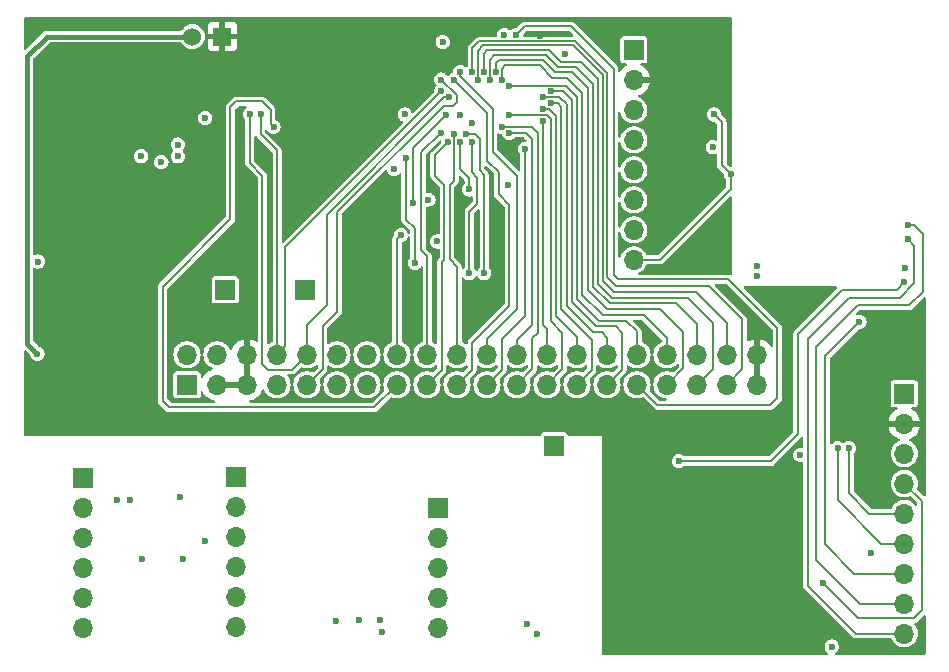
<source format=gbr>
%TF.GenerationSoftware,KiCad,Pcbnew,8.0.7*%
%TF.CreationDate,2025-02-08T18:07:02-05:00*%
%TF.ProjectId,Fallyx_EVK-RevA,46616c6c-7978-45f4-9556-4b2d52657641,rev?*%
%TF.SameCoordinates,Original*%
%TF.FileFunction,Copper,L4,Bot*%
%TF.FilePolarity,Positive*%
%FSLAX46Y46*%
G04 Gerber Fmt 4.6, Leading zero omitted, Abs format (unit mm)*
G04 Created by KiCad (PCBNEW 8.0.7) date 2025-02-08 18:07:02*
%MOMM*%
%LPD*%
G01*
G04 APERTURE LIST*
%TA.AperFunction,ComponentPad*%
%ADD10R,1.700000X1.700000*%
%TD*%
%TA.AperFunction,ComponentPad*%
%ADD11O,1.700000X1.700000*%
%TD*%
%TA.AperFunction,ComponentPad*%
%ADD12R,1.524000X1.524000*%
%TD*%
%TA.AperFunction,ComponentPad*%
%ADD13C,1.524000*%
%TD*%
%TA.AperFunction,ViaPad*%
%ADD14C,0.600000*%
%TD*%
%TA.AperFunction,Conductor*%
%ADD15C,0.200000*%
%TD*%
%TA.AperFunction,Conductor*%
%ADD16C,0.160000*%
%TD*%
%TA.AperFunction,Conductor*%
%ADD17C,0.400000*%
%TD*%
G04 APERTURE END LIST*
D10*
%TO.P,J4,1,Pin_1*%
%TO.N,1V8*%
X151800000Y-68270000D03*
D11*
%TO.P,J4,2,Pin_2*%
%TO.N,GND*%
X151800000Y-70810000D03*
%TO.P,J4,3,Pin_3*%
%TO.N,BLE_SWD*%
X151800000Y-73350000D03*
%TO.P,J4,4,Pin_4*%
%TO.N,BLE_CLK*%
X151800000Y-75890000D03*
%TO.P,J4,5,Pin_5*%
%TO.N,BLE_UART_TX*%
X151800000Y-78430000D03*
%TO.P,J4,6,Pin_6*%
%TO.N,BLE_UART_RX*%
X151800000Y-80970000D03*
%TO.P,J4,7,Pin_7*%
%TO.N,BLE_WAKE*%
X151800000Y-83510000D03*
%TO.P,J4,8,Pin_8*%
%TO.N,BLE_RESET*%
X151800000Y-86050000D03*
%TD*%
D12*
%TO.P,J5,01,01*%
%TO.N,GND*%
X116970000Y-67150000D03*
D13*
%TO.P,J5,02,02*%
%TO.N,VBAT*%
X114430000Y-67150000D03*
%TD*%
D10*
%TO.P,J12,1,Pin_1*%
%TO.N,1V8*%
X113975000Y-96625000D03*
D11*
%TO.P,J12,2,Pin_2*%
X113975000Y-94085000D03*
%TO.P,J12,3,Pin_3*%
%TO.N,GND*%
X116515000Y-96625000D03*
%TO.P,J12,4,Pin_4*%
%TO.N,5V_USB*%
X116515000Y-94085000D03*
%TO.P,J12,5,Pin_5*%
%TO.N,GND*%
X119055000Y-96625000D03*
%TO.P,J12,6,Pin_6*%
X119055000Y-94085000D03*
%TO.P,J12,7,Pin_7*%
%TO.N,unconnected-(J12-Pin_7-Pad7)*%
X121595000Y-96625000D03*
%TO.P,J12,8,Pin_8*%
%TO.N,BLE_UART_TX*%
X121595000Y-94085000D03*
%TO.P,J12,9,Pin_9*%
%TO.N,PC13*%
X124135000Y-96625000D03*
%TO.P,J12,10,Pin_10*%
%TO.N,BLE_UART_RX*%
X124135000Y-94085000D03*
%TO.P,J12,11,Pin_11*%
%TO.N,unconnected-(J12-Pin_11-Pad11)*%
X126675000Y-96625000D03*
%TO.P,J12,12,Pin_12*%
%TO.N,unconnected-(J12-Pin_12-Pad12)*%
X126675000Y-94085000D03*
%TO.P,J12,13,Pin_13*%
%TO.N,unconnected-(J12-Pin_13-Pad13)*%
X129215000Y-96625000D03*
%TO.P,J12,14,Pin_14*%
%TO.N,unconnected-(J12-Pin_14-Pad14)*%
X129215000Y-94085000D03*
%TO.P,J12,15,Pin_15*%
%TO.N,GPOUT*%
X131755000Y-96625000D03*
%TO.P,J12,16,Pin_16*%
%TO.N,STM_nRST*%
X131755000Y-94085000D03*
%TO.P,J12,17,Pin_17*%
%TO.N,PA4*%
X134295000Y-96625000D03*
%TO.P,J12,18,Pin_18*%
%TO.N,PA1*%
X134295000Y-94085000D03*
%TO.P,J12,19,Pin_19*%
%TO.N,I2C1_SDA*%
X136835000Y-96625000D03*
%TO.P,J12,20,Pin_20*%
%TO.N,SPI1_SCK*%
X136835000Y-94085000D03*
%TO.P,J12,21,Pin_21*%
%TO.N,PB12*%
X139375000Y-96625000D03*
%TO.P,J12,22,Pin_22*%
%TO.N,I2C1_SCL*%
X139375000Y-94085000D03*
%TO.P,J12,23,Pin_23*%
%TO.N,SPI2_MISO*%
X141915000Y-96625000D03*
%TO.P,J12,24,Pin_24*%
%TO.N,SPI2_SCK*%
X141915000Y-94085000D03*
%TO.P,J12,25,Pin_25*%
%TO.N,PA8*%
X144455000Y-96625000D03*
%TO.P,J12,26,Pin_26*%
%TO.N,SPI2_MOSI*%
X144455000Y-94085000D03*
%TO.P,J12,27,Pin_27*%
%TO.N,PA10*%
X146995000Y-96625000D03*
%TO.P,J12,28,Pin_28*%
%TO.N,PA9*%
X146995000Y-94085000D03*
%TO.P,J12,29,Pin_29*%
%TO.N,PA12*%
X149535000Y-96625000D03*
%TO.P,J12,30,Pin_30*%
%TO.N,PA11*%
X149535000Y-94085000D03*
%TO.P,J12,31,Pin_31*%
%TO.N,JTMS_SWCLK*%
X152075000Y-96625000D03*
%TO.P,J12,32,Pin_32*%
%TO.N,JTMS_SWDIO*%
X152075000Y-94085000D03*
%TO.P,J12,33,Pin_33*%
%TO.N,BLE_RESET*%
X154615000Y-96625000D03*
%TO.P,J12,34,Pin_34*%
%TO.N,PA15*%
X154615000Y-94085000D03*
%TO.P,J12,35,Pin_35*%
%TO.N,PB5*%
X157155000Y-96625000D03*
%TO.P,J12,36,Pin_36*%
%TO.N,BLE_WAKE*%
X157155000Y-94085000D03*
%TO.P,J12,37,Pin_37*%
%TO.N,PB7*%
X159695000Y-96625000D03*
%TO.P,J12,38,Pin_38*%
%TO.N,PB6*%
X159695000Y-94085000D03*
%TO.P,J12,39,Pin_39*%
%TO.N,GND*%
X162235000Y-96625000D03*
%TO.P,J12,40,Pin_40*%
X162235000Y-94085000D03*
%TD*%
D10*
%TO.P,J13,1,Pin_1*%
%TO.N,BLE2_VDD*%
X174700000Y-97380000D03*
D11*
%TO.P,J13,2,Pin_2*%
%TO.N,GND*%
X174700000Y-99920000D03*
%TO.P,J13,3,Pin_3*%
%TO.N,BLE2_CTS*%
X174700000Y-102460000D03*
%TO.P,J13,4,Pin_4*%
%TO.N,BLE2_P3_6*%
X174700000Y-105000000D03*
%TO.P,J13,5,Pin_5*%
%TO.N,BLE2_TX*%
X174700000Y-107540000D03*
%TO.P,J13,6,Pin_6*%
%TO.N,BLE2_RX*%
X174700000Y-110080000D03*
%TO.P,J13,7,Pin_7*%
%TO.N,BLE2_RST_N*%
X174700000Y-112620000D03*
%TO.P,J13,8,Pin_8*%
%TO.N,BLE2_P2_0*%
X174700000Y-115160000D03*
%TO.P,J13,9,Pin_9*%
%TO.N,BLE2_P2_7*%
X174700000Y-117700000D03*
%TD*%
D10*
%TO.P,J7,1,Pin_1*%
%TO.N,Net-(J7-Pin_1)*%
X117200000Y-88600000D03*
%TD*%
%TO.P,J11,1,Pin_1*%
%TO.N,/Fallyx_EVK_3/SW1_OUTPUT*%
X145050000Y-101800000D03*
%TD*%
%TO.P,J1,1,Pin_1*%
%TO.N,1V8*%
X135200000Y-107040000D03*
D11*
%TO.P,J1,2,Pin_2*%
%TO.N,GND*%
X135200000Y-109580000D03*
%TO.P,J1,3,Pin_3*%
%TO.N,ILP_SCL*%
X135200000Y-112120000D03*
%TO.P,J1,4,Pin_4*%
%TO.N,ILP_SDA*%
X135200000Y-114660000D03*
%TO.P,J1,5,Pin_5*%
%TO.N,ILP_CS*%
X135200000Y-117200000D03*
%TD*%
D10*
%TO.P,J8,1,Pin_1*%
%TO.N,Net-(J8-Pin_1)*%
X123950000Y-88600000D03*
%TD*%
%TO.P,J2,1,Pin_1*%
%TO.N,1V8*%
X105200000Y-104510000D03*
D11*
%TO.P,J2,2,Pin_2*%
%TO.N,GND*%
X105200000Y-107050000D03*
%TO.P,J2,3,Pin_3*%
%TO.N,/Fallyx_EVK_3/BMI_SCL*%
X105200000Y-109590000D03*
%TO.P,J2,4,Pin_4*%
%TO.N,/Fallyx_EVK_3/BMI_SDA*%
X105200000Y-112130000D03*
%TO.P,J2,5,Pin_5*%
%TO.N,/Fallyx_EVK_3/BMI_SDO*%
X105200000Y-114670000D03*
%TO.P,J2,6,Pin_6*%
%TO.N,/Fallyx_EVK_3/BMI_CS*%
X105200000Y-117210000D03*
%TD*%
D10*
%TO.P,J3,1,Pin_1*%
%TO.N,/Fallyx_EVK_3/BMI_OSDO*%
X118150000Y-104480000D03*
D11*
%TO.P,J3,2,Pin_2*%
%TO.N,/Fallyx_EVK_3/BMI_nOCS*%
X118150000Y-107020000D03*
%TO.P,J3,3,Pin_3*%
%TO.N,/Fallyx_EVK_3/BMI_INT1*%
X118150000Y-109560000D03*
%TO.P,J3,4,Pin_4*%
%TO.N,/Fallyx_EVK_3/BMI_INT2*%
X118150000Y-112100000D03*
%TO.P,J3,5,Pin_5*%
%TO.N,/Fallyx_EVK_3/BMI_ASCX*%
X118150000Y-114640000D03*
%TO.P,J3,6,Pin_6*%
%TO.N,/Fallyx_EVK_3/BMI_ASDX*%
X118150000Y-117180000D03*
%TD*%
D14*
%TO.N,GND*%
X154250000Y-103900000D03*
X153350000Y-102950000D03*
X153350000Y-101700000D03*
X150950000Y-104800000D03*
X150950000Y-103050000D03*
X150950000Y-101550000D03*
X150950000Y-99900000D03*
X153950000Y-99000000D03*
X158150000Y-99400000D03*
X153950000Y-100700000D03*
%TO.N,BLE2_VDD*%
X162250000Y-87400000D03*
X162250000Y-86600000D03*
X168550000Y-118800000D03*
%TO.N,BLE2_P3_6*%
X167850000Y-113450000D03*
%TO.N,BLE2_VDD*%
X165900000Y-102600000D03*
%TO.N,BLE2_P0_2*%
X155600000Y-103100000D03*
X174700000Y-87950000D03*
%TO.N,GND*%
X174750000Y-86750000D03*
%TO.N,BLE2_VDD*%
X171900000Y-110900000D03*
%TO.N,BLE2_RST_N*%
X170900000Y-91300000D03*
%TO.N,BLE2_RX*%
X169050000Y-102000000D03*
%TO.N,BLE2_TX*%
X170000000Y-102000000D03*
%TO.N,BLE2_P2_7*%
X175000000Y-84300000D03*
%TO.N,BLE2_P2_0*%
X175000000Y-83150000D03*
%TO.N,GND*%
X171850000Y-118800000D03*
X152302185Y-118650000D03*
X158810000Y-83390000D03*
%TO.N,1V8*%
X110200000Y-111360000D03*
X131500000Y-78360000D03*
X113200000Y-76300000D03*
X145975000Y-68625000D03*
X130517401Y-117567401D03*
X111800000Y-77800000D03*
X140834924Y-67000000D03*
X135614924Y-67614924D03*
X134407500Y-80957500D03*
X132400000Y-73750000D03*
X135150000Y-84500000D03*
X101350000Y-86200000D03*
X158475000Y-76525000D03*
X113200000Y-77300000D03*
X110100000Y-77300000D03*
X113377500Y-106122500D03*
X143600000Y-117700000D03*
X115535000Y-109835000D03*
X109125000Y-106375000D03*
X141130000Y-79750000D03*
%TO.N,GND*%
X123701450Y-79400000D03*
X137000000Y-83650000D03*
X121100000Y-71480000D03*
X118500000Y-73380000D03*
X118820000Y-69300000D03*
X104300000Y-80425000D03*
X142750000Y-116850000D03*
X104275000Y-70175000D03*
X128650000Y-91000000D03*
X157200000Y-79750000D03*
X126600000Y-116650000D03*
X109200000Y-71850000D03*
X121000000Y-90450000D03*
X157950000Y-73050000D03*
X130300000Y-116550000D03*
X108025000Y-106375000D03*
X115600000Y-86200000D03*
X136100000Y-70150000D03*
X138500000Y-82450000D03*
X113590000Y-111360000D03*
X140000000Y-83650000D03*
X128500000Y-116550000D03*
X114650000Y-71600000D03*
X105000000Y-78050000D03*
X131400000Y-80707538D03*
X138500000Y-84800000D03*
X134000000Y-67000000D03*
X121800000Y-74020000D03*
X138442462Y-67000000D03*
X143875000Y-67075000D03*
X120576450Y-77600000D03*
X128242462Y-70707538D03*
X110100000Y-81350000D03*
X158550000Y-72175000D03*
X140600000Y-76000000D03*
X105000000Y-72550000D03*
X135150000Y-80100000D03*
X129900000Y-74927538D03*
X101250000Y-98000000D03*
%TO.N,BLE_WAKE*%
X139600000Y-70800000D03*
%TO.N,BLE_UART_RX*%
X136150000Y-72300000D03*
X119300000Y-73750000D03*
%TO.N,BLE_RESET*%
X158600000Y-73750000D03*
X160000000Y-78800000D03*
X140100000Y-70150000D03*
%TO.N,BLE_UART_TX*%
X120200000Y-73750000D03*
X135500000Y-71800000D03*
%TO.N,VBAT*%
X101300000Y-94000000D03*
%TO.N,I2C1_SDA*%
X136600000Y-70800000D03*
%TO.N,I2C1_SCL*%
X137100000Y-70150000D03*
%TO.N,QSPI_BK1_NCS*%
X133250000Y-86300000D03*
X132500000Y-77450000D03*
%TO.N,PA9*%
X144150000Y-73280000D03*
%TO.N,JTMS_SWDIO*%
X141250000Y-71300000D03*
%TO.N,JTMS_SWCLK*%
X141850000Y-67000000D03*
%TO.N,PA10*%
X144800000Y-72800000D03*
%TO.N,MCP_STAT*%
X137100000Y-73800000D03*
X115500000Y-74050000D03*
%TO.N,PA1*%
X135450000Y-75300000D03*
%TO.N,SPI1_SCK*%
X136600000Y-75400000D03*
%TO.N,QSPI_BK1_IO1*%
X138100000Y-76066400D03*
X137865000Y-87200000D03*
%TO.N,QSPI_BK1_IO2*%
X139135000Y-87200000D03*
X137599999Y-75400001D03*
%TO.N,GPOUT*%
X121300000Y-74800000D03*
X138100000Y-74475000D03*
%TO.N,QSPI_BK1_IO3*%
X137100000Y-76066400D03*
X137865000Y-80100000D03*
%TO.N,PB12*%
X142566400Y-76650000D03*
%TO.N,STM_nRST*%
X132100000Y-83950000D03*
%TO.N,PC13*%
X135500000Y-70800000D03*
%TO.N,Net-(U4A-NRST)*%
X133100000Y-81250000D03*
X135900000Y-73800000D03*
%TO.N,SPI2_SCK*%
X141250000Y-75300000D03*
%TO.N,PB7*%
X138100000Y-70150000D03*
%TO.N,PB5*%
X139100000Y-70150000D03*
%TO.N,SPI2_MISO*%
X140600000Y-74800000D03*
%TO.N,PA8*%
X141250000Y-73800000D03*
%TO.N,PA12*%
X144800000Y-71800000D03*
%TO.N,PA11*%
X144150000Y-72299999D03*
%TO.N,PA4*%
X136100000Y-76050000D03*
%TO.N,PB6*%
X138600000Y-70800000D03*
%TO.N,PA15*%
X140600000Y-70800000D03*
%TO.N,SPI2_MOSI*%
X144135588Y-74314412D03*
%TD*%
D15*
%TO.N,BLE2_P3_6*%
X176200000Y-106500000D02*
X174700000Y-105000000D01*
X176200000Y-115700000D02*
X176200000Y-106500000D01*
X175500000Y-116400000D02*
X176200000Y-115700000D01*
X170800000Y-116400000D02*
X175500000Y-116400000D01*
X167850000Y-113450000D02*
X170800000Y-116400000D01*
%TO.N,BLE2_P0_2*%
X163400000Y-103100000D02*
X155600000Y-103100000D01*
X165700000Y-92350000D02*
X165700000Y-100800000D01*
X169450000Y-88600000D02*
X165700000Y-92350000D01*
X165700000Y-100800000D02*
X163400000Y-103100000D01*
X174700000Y-87950000D02*
X174050000Y-88600000D01*
X174050000Y-88600000D02*
X169450000Y-88600000D01*
%TO.N,BLE2_P2_0*%
X175500000Y-83150000D02*
X175000000Y-83150000D01*
X170750000Y-89900000D02*
X175100000Y-89900000D01*
X167250000Y-93400000D02*
X170750000Y-89900000D01*
X176250000Y-83900000D02*
X175500000Y-83150000D01*
X176250000Y-88750000D02*
X176250000Y-83900000D01*
X167250000Y-111500000D02*
X167250000Y-93400000D01*
X175100000Y-89900000D02*
X176250000Y-88750000D01*
X170910000Y-115160000D02*
X167250000Y-111500000D01*
X174700000Y-115160000D02*
X170910000Y-115160000D01*
%TO.N,BLE2_RST_N*%
X168000000Y-94200000D02*
X170900000Y-91300000D01*
X168000000Y-110150000D02*
X168000000Y-94200000D01*
X170470000Y-112620000D02*
X168000000Y-110150000D01*
X174700000Y-112620000D02*
X170470000Y-112620000D01*
%TO.N,BLE2_RX*%
X172730000Y-110080000D02*
X174700000Y-110080000D01*
X169050000Y-106400000D02*
X172730000Y-110080000D01*
X169050000Y-102000000D02*
X169050000Y-106400000D01*
%TO.N,BLE2_TX*%
X170000000Y-102000000D02*
X170000000Y-105800000D01*
X170000000Y-105800000D02*
X171740000Y-107540000D01*
X171740000Y-107540000D02*
X174700000Y-107540000D01*
%TO.N,BLE_RESET*%
X160000000Y-80050000D02*
X160000000Y-78800000D01*
X154000000Y-86050000D02*
X160000000Y-80050000D01*
X151800000Y-86050000D02*
X154000000Y-86050000D01*
D16*
%TO.N,BLE_WAKE*%
X148350000Y-71150000D02*
X148350000Y-88350000D01*
X140000000Y-68700000D02*
X144400000Y-68700000D01*
X145400000Y-69700000D02*
X146900000Y-69700000D01*
X155400000Y-89750000D02*
X157155000Y-91505000D01*
X139600000Y-69100000D02*
X140000000Y-68700000D01*
X148350000Y-88350000D02*
X149750000Y-89750000D01*
X144400000Y-68700000D02*
X145400000Y-69700000D01*
X146900000Y-69700000D02*
X148350000Y-71150000D01*
X157155000Y-91505000D02*
X157155000Y-94085000D01*
X149750000Y-89750000D02*
X155400000Y-89750000D01*
X139600000Y-70800000D02*
X139600000Y-69100000D01*
%TO.N,BLE_UART_RX*%
X125800000Y-89900000D02*
X124135000Y-91565000D01*
X120850000Y-95350000D02*
X120350000Y-94850000D01*
X124135000Y-91565000D02*
X124135000Y-94085000D01*
X136150000Y-72300000D02*
X135750000Y-72300000D01*
X125800000Y-82250000D02*
X125800000Y-89900000D01*
X120350000Y-94850000D02*
X120350000Y-78950000D01*
X119300000Y-77900000D02*
X119300000Y-73750000D01*
X124135000Y-94085000D02*
X122870000Y-95350000D01*
X122870000Y-95350000D02*
X120850000Y-95350000D01*
X135750000Y-72300000D02*
X125800000Y-82250000D01*
X120350000Y-78950000D02*
X119300000Y-77900000D01*
D15*
%TO.N,BLE_RESET*%
X160000000Y-78800000D02*
X159250000Y-78050000D01*
D16*
X140100000Y-70150000D02*
X140100000Y-69400000D01*
X156000000Y-95240000D02*
X154615000Y-96625000D01*
X147900000Y-71500000D02*
X147900000Y-88650000D01*
X156000000Y-92200000D02*
X156000000Y-95240000D01*
X145150000Y-70150000D02*
X146550000Y-70150000D01*
X146550000Y-70150000D02*
X147900000Y-71500000D01*
D15*
X159250000Y-74400000D02*
X158600000Y-73750000D01*
X159250000Y-78050000D02*
X159250000Y-74400000D01*
D16*
X140100000Y-69400000D02*
X140350000Y-69150000D01*
X144150000Y-69150000D02*
X145150000Y-70150000D01*
X149500000Y-90250000D02*
X154050000Y-90250000D01*
X140350000Y-69150000D02*
X144150000Y-69150000D01*
X147900000Y-88650000D02*
X149500000Y-90250000D01*
X154050000Y-90250000D02*
X156000000Y-92200000D01*
%TO.N,BLE_UART_TX*%
X122300000Y-85000000D02*
X135500000Y-71800000D01*
X121595000Y-76795000D02*
X120200000Y-75400000D01*
X121595000Y-94085000D02*
X122300000Y-93380000D01*
X122300000Y-93380000D02*
X122300000Y-85000000D01*
X121595000Y-94085000D02*
X121595000Y-76795000D01*
X120200000Y-75400000D02*
X120200000Y-73750000D01*
D17*
%TO.N,VBAT*%
X101300000Y-94000000D02*
X100450000Y-93150000D01*
X100450000Y-68800000D02*
X102100000Y-67150000D01*
X102100000Y-67150000D02*
X114430000Y-67150000D01*
X100450000Y-93150000D02*
X100450000Y-68800000D01*
D16*
%TO.N,I2C1_SDA*%
X140350000Y-80500000D02*
X141250000Y-81400000D01*
X136600000Y-70800000D02*
X139400000Y-73600000D01*
X138100000Y-93100000D02*
X138100000Y-93400000D01*
X136835000Y-96625000D02*
X138100000Y-95360000D01*
X141250000Y-81400000D02*
X141250000Y-89950000D01*
X139400000Y-77650000D02*
X140350000Y-78600000D01*
X138100000Y-95360000D02*
X138100000Y-93400000D01*
X140350000Y-78600000D02*
X140350000Y-80500000D01*
X141250000Y-89950000D02*
X138100000Y-93100000D01*
X139400000Y-73600000D02*
X139400000Y-77650000D01*
%TO.N,I2C1_SCL*%
X141900000Y-78950000D02*
X141900000Y-90250000D01*
X137100000Y-70500000D02*
X139850000Y-73250000D01*
X137100000Y-70150000D02*
X137100000Y-70500000D01*
X139850000Y-73250000D02*
X139850000Y-76900000D01*
X141900000Y-90250000D02*
X139375000Y-92775000D01*
X139850000Y-76900000D02*
X141900000Y-78950000D01*
X139375000Y-92775000D02*
X139375000Y-94085000D01*
%TO.N,QSPI_BK1_NCS*%
X132500000Y-82650000D02*
X133250000Y-83400000D01*
X133250000Y-83400000D02*
X133250000Y-86300000D01*
X132500000Y-77450000D02*
X132500000Y-82650000D01*
%TO.N,PA9*%
X145200000Y-90800000D02*
X146995000Y-92595000D01*
X144630000Y-73280000D02*
X145200000Y-73850000D01*
X146995000Y-92595000D02*
X146995000Y-94085000D01*
X145200000Y-73850000D02*
X145200000Y-90800000D01*
X144150000Y-73280000D02*
X144630000Y-73280000D01*
%TO.N,JTMS_SWDIO*%
X152075000Y-92125000D02*
X152075000Y-94085000D01*
X148850000Y-91200000D02*
X151150000Y-91200000D01*
X151150000Y-91200000D02*
X152075000Y-92125000D01*
X141250000Y-71300000D02*
X146050000Y-71300000D01*
X147000000Y-89350000D02*
X148850000Y-91200000D01*
X146050000Y-71300000D02*
X147000000Y-72250000D01*
X147000000Y-72250000D02*
X147000000Y-89350000D01*
%TO.N,JTMS_SWCLK*%
X141850000Y-67000000D02*
X142550000Y-66300000D01*
X159800000Y-87700000D02*
X163950000Y-91850000D01*
X163950000Y-97750000D02*
X163350000Y-98350000D01*
X146500000Y-66300000D02*
X150100000Y-69900000D01*
X163950000Y-91850000D02*
X163950000Y-97750000D01*
X150100000Y-69900000D02*
X150100000Y-87350000D01*
X142550000Y-66300000D02*
X146500000Y-66300000D01*
X163350000Y-98350000D02*
X153800000Y-98350000D01*
X150100000Y-87350000D02*
X150450000Y-87700000D01*
X153800000Y-98350000D02*
X152075000Y-96625000D01*
X150450000Y-87700000D02*
X159800000Y-87700000D01*
%TO.N,PA10*%
X144800000Y-72800000D02*
X145350000Y-72800000D01*
X145350000Y-72800000D02*
X145650000Y-73100000D01*
X148250000Y-95370000D02*
X146995000Y-96625000D01*
X148250000Y-92825000D02*
X148250000Y-95370000D01*
X145650000Y-73100000D02*
X145650000Y-90225000D01*
X145650000Y-90225000D02*
X148250000Y-92825000D01*
%TO.N,PA1*%
X133800000Y-76950000D02*
X133800000Y-85250000D01*
X134300000Y-85750000D02*
X134300000Y-94080000D01*
X135450000Y-75300000D02*
X133800000Y-76950000D01*
X133800000Y-85250000D02*
X134300000Y-85750000D01*
X134300000Y-94080000D02*
X134295000Y-94085000D01*
%TO.N,SPI1_SCK*%
X136600000Y-79350000D02*
X136200000Y-79750000D01*
X136600000Y-75400000D02*
X136600000Y-79350000D01*
X136200000Y-86000000D02*
X136835000Y-86635000D01*
X136835000Y-86635000D02*
X136835000Y-94085000D01*
X136200000Y-79750000D02*
X136200000Y-86000000D01*
%TO.N,QSPI_BK1_IO1*%
X137850000Y-82000000D02*
X137850000Y-87185000D01*
X138100000Y-78650000D02*
X138550000Y-79100000D01*
X138550000Y-81300000D02*
X137850000Y-82000000D01*
X138550000Y-79100000D02*
X138550000Y-81300000D01*
X137850000Y-87185000D02*
X137865000Y-87200000D01*
X138100000Y-76066400D02*
X138100000Y-78650000D01*
%TO.N,QSPI_BK1_IO2*%
X138350001Y-75400001D02*
X138775000Y-75825000D01*
X138775000Y-78482538D02*
X139135000Y-78842538D01*
X139135000Y-78842538D02*
X139135000Y-87200000D01*
X137599999Y-75400001D02*
X138350001Y-75400001D01*
X138775000Y-75825000D02*
X138775000Y-78482538D01*
D15*
%TO.N,GPOUT*%
X111900000Y-88350000D02*
X117650000Y-82600000D01*
X121050000Y-73350000D02*
X121050000Y-74550000D01*
X131755000Y-96625000D02*
X129830000Y-98550000D01*
X117650000Y-73150000D02*
X118150000Y-72650000D01*
X117650000Y-82600000D02*
X117650000Y-73150000D01*
X120350000Y-72650000D02*
X121050000Y-73350000D01*
X129830000Y-98550000D02*
X112450000Y-98550000D01*
X111900000Y-98000000D02*
X111900000Y-88350000D01*
X121050000Y-74550000D02*
X121300000Y-74800000D01*
X118150000Y-72650000D02*
X120350000Y-72650000D01*
X112450000Y-98550000D02*
X111900000Y-98000000D01*
D16*
%TO.N,QSPI_BK1_IO3*%
X137100000Y-76066400D02*
X137100000Y-78400000D01*
X137100000Y-78400000D02*
X137865000Y-79165000D01*
X137865000Y-79165000D02*
X137865000Y-80100000D01*
%TO.N,PB12*%
X140650000Y-92750000D02*
X140650000Y-95350000D01*
X140650000Y-95350000D02*
X139375000Y-96625000D01*
X142566400Y-76650000D02*
X142566400Y-90833600D01*
X142566400Y-90833600D02*
X140650000Y-92750000D01*
D15*
%TO.N,STM_nRST*%
X131755000Y-94085000D02*
X131755000Y-84295000D01*
X131755000Y-84295000D02*
X132100000Y-83950000D01*
D16*
%TO.N,PC13*%
X126700000Y-82000000D02*
X126700000Y-90450000D01*
X125450000Y-91700000D02*
X125450000Y-95310000D01*
X136800000Y-72700000D02*
X136500000Y-73000000D01*
X125450000Y-95310000D02*
X124135000Y-96625000D01*
X136500000Y-73000000D02*
X135700000Y-73000000D01*
X126700000Y-90450000D02*
X125450000Y-91700000D01*
X136800000Y-72100000D02*
X136800000Y-72700000D01*
X135500000Y-70800000D02*
X136800000Y-72100000D01*
X135700000Y-73000000D02*
X126700000Y-82000000D01*
D15*
%TO.N,Net-(U4A-NRST)*%
X133100000Y-76600000D02*
X133100000Y-81250000D01*
X135900000Y-73800000D02*
X133100000Y-76600000D01*
D16*
%TO.N,SPI2_SCK*%
X142650000Y-75300000D02*
X143200000Y-75850000D01*
X141915000Y-92835000D02*
X141915000Y-94085000D01*
X143200000Y-75850000D02*
X143200000Y-91550000D01*
X143200000Y-91550000D02*
X141915000Y-92835000D01*
X141250000Y-75300000D02*
X142650000Y-75300000D01*
%TO.N,PB7*%
X150300000Y-88300000D02*
X158200000Y-88300000D01*
X143671177Y-67550000D02*
X143676177Y-67555000D01*
X146850000Y-67550000D02*
X149550000Y-70250000D01*
X149550000Y-70250000D02*
X149550000Y-87550000D01*
X138100000Y-68150000D02*
X138700000Y-67550000D01*
X158200000Y-88300000D02*
X161000000Y-91100000D01*
X144078823Y-67550000D02*
X146850000Y-67550000D01*
X144073823Y-67555000D02*
X144078823Y-67550000D01*
X143676177Y-67555000D02*
X144073823Y-67555000D01*
X138700000Y-67550000D02*
X143671177Y-67550000D01*
X161000000Y-91100000D02*
X161000000Y-95320000D01*
X161000000Y-95320000D02*
X159695000Y-96625000D01*
X149550000Y-87550000D02*
X150300000Y-88300000D01*
X138100000Y-70150000D02*
X138100000Y-68150000D01*
%TO.N,PB5*%
X145650000Y-69300000D02*
X147300000Y-69300000D01*
X158500000Y-95280000D02*
X157155000Y-96625000D01*
X139400000Y-68300000D02*
X144650000Y-68300000D01*
X139100000Y-68600000D02*
X139400000Y-68300000D01*
X144650000Y-68300000D02*
X145650000Y-69300000D01*
X139100000Y-70150000D02*
X139100000Y-68600000D01*
X147300000Y-69300000D02*
X148750000Y-70750000D01*
X156400000Y-89300000D02*
X158500000Y-91400000D01*
X148750000Y-88100000D02*
X149950000Y-89300000D01*
X158500000Y-91400000D02*
X158500000Y-95280000D01*
X148750000Y-70750000D02*
X148750000Y-88100000D01*
X149950000Y-89300000D02*
X156400000Y-89300000D01*
%TO.N,SPI2_MISO*%
X143200000Y-95340000D02*
X141915000Y-96625000D01*
X143650000Y-92250000D02*
X143200000Y-92700000D01*
X143150000Y-74800000D02*
X143650000Y-75300000D01*
X143650000Y-75300000D02*
X143650000Y-92250000D01*
X140600000Y-74800000D02*
X143150000Y-74800000D01*
X143200000Y-92700000D02*
X143200000Y-95340000D01*
%TO.N,PA8*%
X145750000Y-95330000D02*
X144455000Y-96625000D01*
X141250000Y-73800000D02*
X144450000Y-73800000D01*
X145750000Y-92250000D02*
X145750000Y-95330000D01*
X144750000Y-74100000D02*
X144750000Y-91250000D01*
X144750000Y-91250000D02*
X145750000Y-92250000D01*
X144450000Y-73800000D02*
X144750000Y-74100000D01*
%TO.N,PA12*%
X150800000Y-95360000D02*
X149535000Y-96625000D01*
X150800000Y-92250000D02*
X150800000Y-95360000D01*
X148600000Y-91700000D02*
X150250000Y-91700000D01*
X145800000Y-71800000D02*
X146550000Y-72550000D01*
X144800000Y-71800000D02*
X145800000Y-71800000D01*
X146550000Y-72550000D02*
X146550000Y-89650000D01*
X150250000Y-91700000D02*
X150800000Y-92250000D01*
X146550000Y-89650000D02*
X148600000Y-91700000D01*
%TO.N,PA11*%
X149535000Y-92635000D02*
X149535000Y-94085000D01*
X149100000Y-92200000D02*
X149535000Y-92635000D01*
X146100000Y-89950000D02*
X148350000Y-92200000D01*
X146100000Y-72900000D02*
X146100000Y-89950000D01*
X144150000Y-72299999D02*
X145499999Y-72299999D01*
X148350000Y-92200000D02*
X149100000Y-92200000D01*
X145499999Y-72299999D02*
X146100000Y-72900000D01*
%TO.N,PA4*%
X134950000Y-78925000D02*
X135750000Y-79725000D01*
X136100000Y-76050000D02*
X134950000Y-77200000D01*
X135550000Y-86250000D02*
X135550000Y-95370000D01*
X134950000Y-77200000D02*
X134950000Y-78925000D01*
X135750000Y-79725000D02*
X135750000Y-86050000D01*
X135550000Y-95370000D02*
X134295000Y-96625000D01*
X135750000Y-86050000D02*
X135550000Y-86250000D01*
%TO.N,PB6*%
X149150000Y-70400000D02*
X149150000Y-87850000D01*
X146650000Y-67900000D02*
X149150000Y-70400000D01*
X138600000Y-70800000D02*
X138600000Y-68350000D01*
X139050000Y-67900000D02*
X146650000Y-67900000D01*
X150100000Y-88800000D02*
X157100000Y-88800000D01*
X149150000Y-87850000D02*
X150100000Y-88800000D01*
X157100000Y-88800000D02*
X159695000Y-91395000D01*
X138600000Y-68350000D02*
X139050000Y-67900000D01*
X159695000Y-91395000D02*
X159695000Y-94085000D01*
%TO.N,PA15*%
X152650000Y-90750000D02*
X154615000Y-92715000D01*
X140600000Y-69900000D02*
X140900000Y-69600000D01*
X140900000Y-69600000D02*
X143850000Y-69600000D01*
X149200000Y-90750000D02*
X152650000Y-90750000D01*
X147450000Y-89000000D02*
X149200000Y-90750000D01*
X147450000Y-71950000D02*
X147450000Y-89000000D01*
X146150000Y-70650000D02*
X147450000Y-71950000D01*
X143850000Y-69600000D02*
X144900000Y-70650000D01*
X154615000Y-92715000D02*
X154615000Y-94085000D01*
X144900000Y-70650000D02*
X146150000Y-70650000D01*
X140600000Y-70800000D02*
X140600000Y-69900000D01*
%TO.N,SPI2_MOSI*%
X144135588Y-74314412D02*
X144135588Y-91585588D01*
X144455000Y-91905000D02*
X144455000Y-94085000D01*
X144135588Y-91585588D02*
X144455000Y-91905000D01*
D15*
%TO.N,BLE2_P2_7*%
X166550000Y-113650000D02*
X170600000Y-117700000D01*
X170000000Y-89300000D02*
X166550000Y-92750000D01*
X175550000Y-88050000D02*
X174300000Y-89300000D01*
X166550000Y-92750000D02*
X166550000Y-113650000D01*
X175550000Y-84850000D02*
X175550000Y-88050000D01*
X175000000Y-84300000D02*
X175550000Y-84850000D01*
X174300000Y-89300000D02*
X170000000Y-89300000D01*
X170600000Y-117700000D02*
X174700000Y-117700000D01*
%TD*%
%TA.AperFunction,Conductor*%
%TO.N,GND*%
G36*
X160059191Y-65519407D02*
G01*
X160095155Y-65568907D01*
X160100000Y-65599500D01*
X160100000Y-78094599D01*
X160081093Y-78152790D01*
X160031593Y-78188754D01*
X159970407Y-78188754D01*
X159930996Y-78164603D01*
X159679496Y-77913103D01*
X159651719Y-77858586D01*
X159650500Y-77843099D01*
X159650500Y-74347274D01*
X159650500Y-74347273D01*
X159641695Y-74314412D01*
X159623207Y-74245412D01*
X159617569Y-74235646D01*
X159570483Y-74154091D01*
X159570479Y-74154086D01*
X159234678Y-73818284D01*
X159206901Y-73763768D01*
X159206018Y-73752554D01*
X159191627Y-73643241D01*
X159185044Y-73593238D01*
X159131908Y-73464956D01*
X159124537Y-73447161D01*
X159124537Y-73447160D01*
X159028286Y-73321723D01*
X159028285Y-73321722D01*
X159028282Y-73321718D01*
X159028277Y-73321714D01*
X159028276Y-73321713D01*
X158906513Y-73228282D01*
X158902841Y-73225464D01*
X158902840Y-73225463D01*
X158902838Y-73225462D01*
X158756766Y-73164957D01*
X158756758Y-73164955D01*
X158600001Y-73144318D01*
X158599999Y-73144318D01*
X158443241Y-73164955D01*
X158443233Y-73164957D01*
X158297161Y-73225462D01*
X158297160Y-73225462D01*
X158171723Y-73321713D01*
X158171713Y-73321723D01*
X158075462Y-73447160D01*
X158075462Y-73447161D01*
X158014957Y-73593233D01*
X158014955Y-73593241D01*
X157994318Y-73749999D01*
X157994318Y-73750000D01*
X158014955Y-73906758D01*
X158014957Y-73906766D01*
X158075462Y-74052838D01*
X158075462Y-74052839D01*
X158167020Y-74172160D01*
X158171718Y-74178282D01*
X158171722Y-74178285D01*
X158171723Y-74178286D01*
X158179922Y-74184577D01*
X158297159Y-74274536D01*
X158297160Y-74274536D01*
X158297161Y-74274537D01*
X158402665Y-74318238D01*
X158443238Y-74335044D01*
X158536135Y-74347274D01*
X158592844Y-74354740D01*
X158600000Y-74355682D01*
X158606433Y-74356529D01*
X158606205Y-74358256D01*
X158656472Y-74374589D01*
X158668285Y-74384678D01*
X158820504Y-74536897D01*
X158848281Y-74591414D01*
X158849500Y-74606901D01*
X158849500Y-75881982D01*
X158830593Y-75940173D01*
X158781093Y-75976137D01*
X158719907Y-75976137D01*
X158712615Y-75973446D01*
X158631766Y-75939957D01*
X158631758Y-75939955D01*
X158475001Y-75919318D01*
X158474999Y-75919318D01*
X158318241Y-75939955D01*
X158318233Y-75939957D01*
X158172161Y-76000462D01*
X158172160Y-76000462D01*
X158046723Y-76096713D01*
X158046713Y-76096723D01*
X157950462Y-76222160D01*
X157950462Y-76222161D01*
X157889957Y-76368233D01*
X157889955Y-76368241D01*
X157869318Y-76524999D01*
X157869318Y-76525000D01*
X157889955Y-76681758D01*
X157889957Y-76681766D01*
X157950462Y-76827838D01*
X157950462Y-76827839D01*
X158046713Y-76953276D01*
X158046718Y-76953282D01*
X158172159Y-77049536D01*
X158172160Y-77049536D01*
X158172161Y-77049537D01*
X158241543Y-77078276D01*
X158318238Y-77110044D01*
X158435809Y-77125522D01*
X158474999Y-77130682D01*
X158475000Y-77130682D01*
X158475001Y-77130682D01*
X158506352Y-77126554D01*
X158631762Y-77110044D01*
X158712616Y-77076552D01*
X158773610Y-77071752D01*
X158825780Y-77103721D01*
X158849195Y-77160249D01*
X158849500Y-77168017D01*
X158849500Y-77997273D01*
X158849500Y-78102727D01*
X158849531Y-78102841D01*
X158876794Y-78204592D01*
X158929516Y-78295908D01*
X158929518Y-78295910D01*
X158929520Y-78295913D01*
X159365323Y-78731716D01*
X159393099Y-78786231D01*
X159393981Y-78797447D01*
X159414955Y-78956758D01*
X159414957Y-78956766D01*
X159475462Y-79102838D01*
X159475462Y-79102839D01*
X159575668Y-79233431D01*
X159574283Y-79234493D01*
X159598279Y-79281569D01*
X159599500Y-79297071D01*
X159599500Y-79843099D01*
X159580593Y-79901290D01*
X159570504Y-79913103D01*
X153863103Y-85620504D01*
X153808586Y-85648281D01*
X153793099Y-85649500D01*
X152947113Y-85649500D01*
X152888922Y-85630593D01*
X152858492Y-85594628D01*
X152819522Y-85516365D01*
X152782366Y-85441745D01*
X152653872Y-85271593D01*
X152564010Y-85189672D01*
X152496307Y-85127952D01*
X152496300Y-85127946D01*
X152315024Y-85015705D01*
X152315019Y-85015702D01*
X152116195Y-84938678D01*
X151906610Y-84899500D01*
X151693390Y-84899500D01*
X151483804Y-84938678D01*
X151284980Y-85015702D01*
X151284975Y-85015705D01*
X151103699Y-85127946D01*
X151103692Y-85127952D01*
X150946135Y-85271586D01*
X150946131Y-85271589D01*
X150946128Y-85271593D01*
X150946125Y-85271597D01*
X150817635Y-85441743D01*
X150817630Y-85441752D01*
X150723082Y-85631632D01*
X150722595Y-85632611D01*
X150678886Y-85786232D01*
X150674721Y-85800869D01*
X150640610Y-85851664D01*
X150583158Y-85872708D01*
X150524308Y-85855964D01*
X150486540Y-85807826D01*
X150480500Y-85773776D01*
X150480500Y-83786223D01*
X150499407Y-83728032D01*
X150548907Y-83692068D01*
X150610093Y-83692068D01*
X150659593Y-83728032D01*
X150674719Y-83759126D01*
X150722595Y-83927389D01*
X150817634Y-84118255D01*
X150946128Y-84288407D01*
X151006269Y-84343233D01*
X151103692Y-84432047D01*
X151103699Y-84432053D01*
X151143606Y-84456762D01*
X151284981Y-84544298D01*
X151483802Y-84621321D01*
X151693390Y-84660500D01*
X151906610Y-84660500D01*
X152116198Y-84621321D01*
X152315019Y-84544298D01*
X152496302Y-84432052D01*
X152653872Y-84288407D01*
X152782366Y-84118255D01*
X152877405Y-83927389D01*
X152935756Y-83722310D01*
X152955429Y-83510000D01*
X152935756Y-83297690D01*
X152877405Y-83092611D01*
X152782366Y-82901745D01*
X152653872Y-82731593D01*
X152523422Y-82612671D01*
X152496307Y-82587952D01*
X152496300Y-82587946D01*
X152315024Y-82475705D01*
X152315019Y-82475702D01*
X152167641Y-82418608D01*
X152116198Y-82398679D01*
X152116197Y-82398678D01*
X152116195Y-82398678D01*
X151906610Y-82359500D01*
X151693390Y-82359500D01*
X151483804Y-82398678D01*
X151284980Y-82475702D01*
X151284975Y-82475705D01*
X151103699Y-82587946D01*
X151103692Y-82587952D01*
X150946135Y-82731586D01*
X150946131Y-82731589D01*
X150946128Y-82731593D01*
X150946125Y-82731597D01*
X150817635Y-82901743D01*
X150817630Y-82901752D01*
X150772076Y-82993238D01*
X150722595Y-83092611D01*
X150682430Y-83233776D01*
X150674721Y-83260869D01*
X150640610Y-83311664D01*
X150583158Y-83332708D01*
X150524308Y-83315964D01*
X150486540Y-83267826D01*
X150480500Y-83233776D01*
X150480500Y-81246223D01*
X150499407Y-81188032D01*
X150548907Y-81152068D01*
X150610093Y-81152068D01*
X150659593Y-81188032D01*
X150674719Y-81219126D01*
X150722595Y-81387389D01*
X150817634Y-81578255D01*
X150946128Y-81748407D01*
X150946135Y-81748413D01*
X151103692Y-81892047D01*
X151103699Y-81892053D01*
X151180607Y-81939672D01*
X151284981Y-82004298D01*
X151483802Y-82081321D01*
X151693390Y-82120500D01*
X151906610Y-82120500D01*
X152116198Y-82081321D01*
X152315019Y-82004298D01*
X152496302Y-81892052D01*
X152653872Y-81748407D01*
X152782366Y-81578255D01*
X152877405Y-81387389D01*
X152935756Y-81182310D01*
X152955429Y-80970000D01*
X152935756Y-80757690D01*
X152877405Y-80552611D01*
X152782366Y-80361745D01*
X152653872Y-80191593D01*
X152599623Y-80142139D01*
X152496307Y-80047952D01*
X152496300Y-80047946D01*
X152315024Y-79935705D01*
X152315019Y-79935702D01*
X152242499Y-79907608D01*
X152116198Y-79858679D01*
X152116197Y-79858678D01*
X152116195Y-79858678D01*
X151906610Y-79819500D01*
X151693390Y-79819500D01*
X151483804Y-79858678D01*
X151284980Y-79935702D01*
X151284975Y-79935705D01*
X151103699Y-80047946D01*
X151103692Y-80047952D01*
X150946135Y-80191586D01*
X150946131Y-80191589D01*
X150946128Y-80191593D01*
X150946125Y-80191597D01*
X150817635Y-80361743D01*
X150817630Y-80361752D01*
X150723848Y-80550094D01*
X150722595Y-80552611D01*
X150682430Y-80693776D01*
X150674721Y-80720869D01*
X150640610Y-80771664D01*
X150583158Y-80792708D01*
X150524308Y-80775964D01*
X150486540Y-80727826D01*
X150480500Y-80693776D01*
X150480500Y-78706223D01*
X150499407Y-78648032D01*
X150548907Y-78612068D01*
X150610093Y-78612068D01*
X150659593Y-78648032D01*
X150674719Y-78679126D01*
X150722595Y-78847389D01*
X150722596Y-78847391D01*
X150807620Y-79018145D01*
X150817634Y-79038255D01*
X150946128Y-79208407D01*
X150964839Y-79225464D01*
X151103692Y-79352047D01*
X151103699Y-79352053D01*
X151207389Y-79416255D01*
X151284981Y-79464298D01*
X151483802Y-79541321D01*
X151693390Y-79580500D01*
X151906610Y-79580500D01*
X152116198Y-79541321D01*
X152315019Y-79464298D01*
X152496302Y-79352052D01*
X152653872Y-79208407D01*
X152782366Y-79038255D01*
X152877405Y-78847389D01*
X152935756Y-78642310D01*
X152955429Y-78430000D01*
X152935756Y-78217690D01*
X152877405Y-78012611D01*
X152782366Y-77821745D01*
X152653872Y-77651593D01*
X152599623Y-77602139D01*
X152496307Y-77507952D01*
X152496300Y-77507946D01*
X152315024Y-77395705D01*
X152315019Y-77395702D01*
X152116198Y-77318679D01*
X152116197Y-77318678D01*
X152116195Y-77318678D01*
X151906610Y-77279500D01*
X151693390Y-77279500D01*
X151483804Y-77318678D01*
X151284980Y-77395702D01*
X151284975Y-77395705D01*
X151103699Y-77507946D01*
X151103692Y-77507952D01*
X150946135Y-77651586D01*
X150946131Y-77651589D01*
X150946128Y-77651593D01*
X150946125Y-77651597D01*
X150817635Y-77821743D01*
X150817630Y-77821752D01*
X150756954Y-77943608D01*
X150722595Y-78012611D01*
X150682430Y-78153776D01*
X150674721Y-78180869D01*
X150640610Y-78231664D01*
X150583158Y-78252708D01*
X150524308Y-78235964D01*
X150486540Y-78187826D01*
X150480500Y-78153776D01*
X150480500Y-76166223D01*
X150499407Y-76108032D01*
X150548907Y-76072068D01*
X150610093Y-76072068D01*
X150659593Y-76108032D01*
X150674719Y-76139126D01*
X150722595Y-76307389D01*
X150817634Y-76498255D01*
X150946128Y-76668407D01*
X151013687Y-76729996D01*
X151103692Y-76812047D01*
X151103699Y-76812053D01*
X151191747Y-76866570D01*
X151284981Y-76924298D01*
X151483802Y-77001321D01*
X151693390Y-77040500D01*
X151906610Y-77040500D01*
X152116198Y-77001321D01*
X152315019Y-76924298D01*
X152496302Y-76812052D01*
X152653872Y-76668407D01*
X152782366Y-76498255D01*
X152877405Y-76307389D01*
X152935756Y-76102310D01*
X152955429Y-75890000D01*
X152935756Y-75677690D01*
X152877405Y-75472611D01*
X152782366Y-75281745D01*
X152653872Y-75111593D01*
X152539732Y-75007540D01*
X152496307Y-74967952D01*
X152496300Y-74967946D01*
X152315024Y-74855705D01*
X152315019Y-74855702D01*
X152209843Y-74814957D01*
X152116198Y-74778679D01*
X152116197Y-74778678D01*
X152116195Y-74778678D01*
X151906610Y-74739500D01*
X151693390Y-74739500D01*
X151483804Y-74778678D01*
X151284980Y-74855702D01*
X151284975Y-74855705D01*
X151103699Y-74967946D01*
X151103692Y-74967952D01*
X150946135Y-75111586D01*
X150946131Y-75111589D01*
X150946128Y-75111593D01*
X150946125Y-75111597D01*
X150817635Y-75281743D01*
X150817630Y-75281752D01*
X150726590Y-75464587D01*
X150722595Y-75472611D01*
X150676781Y-75633630D01*
X150674721Y-75640869D01*
X150640610Y-75691664D01*
X150583158Y-75712708D01*
X150524308Y-75695964D01*
X150486540Y-75647826D01*
X150480500Y-75613776D01*
X150480500Y-73626223D01*
X150499407Y-73568032D01*
X150548907Y-73532068D01*
X150610093Y-73532068D01*
X150659593Y-73568032D01*
X150674719Y-73599126D01*
X150722595Y-73767389D01*
X150817634Y-73958255D01*
X150946128Y-74128407D01*
X150994124Y-74172161D01*
X151103692Y-74272047D01*
X151103699Y-74272053D01*
X151188462Y-74324536D01*
X151284981Y-74384298D01*
X151483802Y-74461321D01*
X151693390Y-74500500D01*
X151906610Y-74500500D01*
X152116198Y-74461321D01*
X152315019Y-74384298D01*
X152496302Y-74272052D01*
X152653872Y-74128407D01*
X152782366Y-73958255D01*
X152877405Y-73767389D01*
X152935756Y-73562310D01*
X152955429Y-73350000D01*
X152935756Y-73137690D01*
X152877405Y-72932611D01*
X152782366Y-72741745D01*
X152653872Y-72571593D01*
X152527913Y-72456765D01*
X152496307Y-72427952D01*
X152496300Y-72427946D01*
X152315024Y-72315705D01*
X152315019Y-72315702D01*
X152222160Y-72279728D01*
X152174730Y-72241077D01*
X152159076Y-72181928D01*
X152181179Y-72124874D01*
X152232303Y-72091787D01*
X152263487Y-72083431D01*
X152477577Y-71983600D01*
X152671073Y-71848113D01*
X152838113Y-71681073D01*
X152973600Y-71487577D01*
X153073430Y-71273489D01*
X153130636Y-71060000D01*
X152233012Y-71060000D01*
X152265925Y-71002993D01*
X152300000Y-70875826D01*
X152300000Y-70744174D01*
X152265925Y-70617007D01*
X152233012Y-70560000D01*
X153130636Y-70560000D01*
X153073429Y-70346505D01*
X152973605Y-70132432D01*
X152973601Y-70132424D01*
X152838113Y-69938926D01*
X152671073Y-69771886D01*
X152477577Y-69636399D01*
X152419299Y-69609224D01*
X152374551Y-69567496D01*
X152362876Y-69507434D01*
X152388734Y-69451982D01*
X152442247Y-69422318D01*
X152461136Y-69420499D01*
X152694864Y-69420499D01*
X152719991Y-69417585D01*
X152822765Y-69372206D01*
X152902206Y-69292765D01*
X152947585Y-69189991D01*
X152950500Y-69164865D01*
X152950499Y-67375136D01*
X152947585Y-67350009D01*
X152902206Y-67247235D01*
X152822765Y-67167794D01*
X152719991Y-67122415D01*
X152719990Y-67122414D01*
X152719988Y-67122414D01*
X152694868Y-67119500D01*
X150905139Y-67119500D01*
X150905136Y-67119501D01*
X150880009Y-67122414D01*
X150777235Y-67167794D01*
X150697794Y-67247235D01*
X150652414Y-67350011D01*
X150649500Y-67375130D01*
X150649500Y-69164860D01*
X150649501Y-69164863D01*
X150652414Y-69189990D01*
X150677756Y-69247385D01*
X150697794Y-69292765D01*
X150777235Y-69372206D01*
X150880009Y-69417585D01*
X150905135Y-69420500D01*
X151138862Y-69420499D01*
X151197050Y-69439406D01*
X151233014Y-69488906D01*
X151233015Y-69550091D01*
X151197051Y-69599591D01*
X151180700Y-69609223D01*
X151122428Y-69636396D01*
X151122424Y-69636398D01*
X150928926Y-69771886D01*
X150761886Y-69938926D01*
X150660596Y-70083585D01*
X150611731Y-70120407D01*
X150550555Y-70121475D01*
X150500435Y-70086381D01*
X150480515Y-70028529D01*
X150480500Y-70026801D01*
X150480500Y-69849905D01*
X150480499Y-69849903D01*
X150454570Y-69753136D01*
X150454569Y-69753135D01*
X150454569Y-69753133D01*
X150404476Y-69666368D01*
X150374339Y-69636231D01*
X150333632Y-69595523D01*
X150333632Y-69595524D01*
X146733632Y-65995524D01*
X146646867Y-65945431D01*
X146646864Y-65945430D01*
X146646863Y-65945429D01*
X146550096Y-65919500D01*
X146550094Y-65919500D01*
X142499906Y-65919500D01*
X142499903Y-65919500D01*
X142403136Y-65945429D01*
X142403128Y-65945432D01*
X142366460Y-65966603D01*
X142366459Y-65966602D01*
X142316367Y-65995523D01*
X141944232Y-66367657D01*
X141889716Y-66395434D01*
X141861310Y-66395806D01*
X141850005Y-66394318D01*
X141849999Y-66394318D01*
X141693241Y-66414955D01*
X141693233Y-66414957D01*
X141547161Y-66475462D01*
X141547160Y-66475462D01*
X141421723Y-66571713D01*
X141421715Y-66571721D01*
X141421003Y-66572650D01*
X141420312Y-66573124D01*
X141417130Y-66576307D01*
X141416540Y-66575717D01*
X141370578Y-66607305D01*
X141309413Y-66605702D01*
X141268282Y-66575818D01*
X141267794Y-66576307D01*
X141264710Y-66573223D01*
X141263921Y-66572650D01*
X141263208Y-66571721D01*
X141263206Y-66571718D01*
X141263201Y-66571714D01*
X141263200Y-66571713D01*
X141137762Y-66475462D01*
X140991690Y-66414957D01*
X140991682Y-66414955D01*
X140834925Y-66394318D01*
X140834923Y-66394318D01*
X140678165Y-66414955D01*
X140678157Y-66414957D01*
X140532085Y-66475462D01*
X140532084Y-66475462D01*
X140406647Y-66571713D01*
X140406637Y-66571723D01*
X140310386Y-66697160D01*
X140310386Y-66697161D01*
X140249881Y-66843233D01*
X140249879Y-66843241D01*
X140229242Y-66999999D01*
X140229242Y-67000000D01*
X140236822Y-67057578D01*
X140225672Y-67117739D01*
X140181289Y-67159856D01*
X140138669Y-67169500D01*
X138649903Y-67169500D01*
X138553132Y-67195430D01*
X138553128Y-67195432D01*
X138466370Y-67245522D01*
X137866368Y-67845524D01*
X137866367Y-67845523D01*
X137795526Y-67916365D01*
X137795524Y-67916367D01*
X137795524Y-67916368D01*
X137770435Y-67959824D01*
X137745430Y-68003135D01*
X137745429Y-68003136D01*
X137719500Y-68099903D01*
X137719500Y-69636231D01*
X137700593Y-69694422D01*
X137680769Y-69714772D01*
X137671720Y-69721715D01*
X137670004Y-69723432D01*
X137668455Y-69724221D01*
X137666571Y-69725667D01*
X137666302Y-69725317D01*
X137615487Y-69751209D01*
X137555055Y-69741638D01*
X137530002Y-69723437D01*
X137528284Y-69721719D01*
X137417092Y-69636399D01*
X137402841Y-69625464D01*
X137402840Y-69625463D01*
X137402838Y-69625462D01*
X137256766Y-69564957D01*
X137256758Y-69564955D01*
X137100001Y-69544318D01*
X137099999Y-69544318D01*
X136943241Y-69564955D01*
X136943233Y-69564957D01*
X136797161Y-69625462D01*
X136797160Y-69625462D01*
X136671723Y-69721713D01*
X136671713Y-69721723D01*
X136575462Y-69847160D01*
X136575462Y-69847161D01*
X136514957Y-69993233D01*
X136514955Y-69993240D01*
X136495679Y-70139656D01*
X136469338Y-70194881D01*
X136435412Y-70218197D01*
X136297160Y-70275463D01*
X136171723Y-70371713D01*
X136171713Y-70371723D01*
X136128542Y-70427986D01*
X136078118Y-70462642D01*
X136016953Y-70461041D01*
X135971458Y-70427986D01*
X135928286Y-70371723D01*
X135928285Y-70371722D01*
X135928282Y-70371718D01*
X135928277Y-70371714D01*
X135928276Y-70371713D01*
X135802838Y-70275462D01*
X135656766Y-70214957D01*
X135656758Y-70214955D01*
X135500001Y-70194318D01*
X135499999Y-70194318D01*
X135343241Y-70214955D01*
X135343233Y-70214957D01*
X135197161Y-70275462D01*
X135197160Y-70275462D01*
X135071723Y-70371713D01*
X135071713Y-70371723D01*
X134975462Y-70497160D01*
X134975462Y-70497161D01*
X134914957Y-70643233D01*
X134914955Y-70643241D01*
X134894318Y-70799999D01*
X134894318Y-70800000D01*
X134914955Y-70956758D01*
X134914957Y-70956766D01*
X134975462Y-71102838D01*
X134975462Y-71102839D01*
X135071719Y-71228284D01*
X135073437Y-71230002D01*
X135074225Y-71231550D01*
X135075668Y-71233430D01*
X135075319Y-71233697D01*
X135101210Y-71284521D01*
X135091634Y-71344952D01*
X135073437Y-71369998D01*
X135071719Y-71371715D01*
X134975462Y-71497160D01*
X134975462Y-71497161D01*
X134914957Y-71643233D01*
X134914955Y-71643241D01*
X134894318Y-71799999D01*
X134894318Y-71800005D01*
X134895806Y-71811310D01*
X134884655Y-71871470D01*
X134867657Y-71894233D01*
X133143589Y-73618301D01*
X133089072Y-73646078D01*
X133028640Y-73636507D01*
X132985375Y-73593242D01*
X132982121Y-73586182D01*
X132972233Y-73562311D01*
X132924537Y-73447161D01*
X132924537Y-73447160D01*
X132828286Y-73321723D01*
X132828285Y-73321722D01*
X132828282Y-73321718D01*
X132828277Y-73321714D01*
X132828276Y-73321713D01*
X132706513Y-73228282D01*
X132702841Y-73225464D01*
X132702840Y-73225463D01*
X132702838Y-73225462D01*
X132556766Y-73164957D01*
X132556758Y-73164955D01*
X132400001Y-73144318D01*
X132399999Y-73144318D01*
X132243241Y-73164955D01*
X132243233Y-73164957D01*
X132097161Y-73225462D01*
X132097160Y-73225462D01*
X131971723Y-73321713D01*
X131971713Y-73321723D01*
X131875462Y-73447160D01*
X131875462Y-73447161D01*
X131814957Y-73593233D01*
X131814955Y-73593241D01*
X131794318Y-73749999D01*
X131794318Y-73750000D01*
X131814955Y-73906758D01*
X131814957Y-73906766D01*
X131875462Y-74052838D01*
X131875462Y-74052839D01*
X131967020Y-74172160D01*
X131971718Y-74178282D01*
X131971722Y-74178285D01*
X131971723Y-74178286D01*
X131979922Y-74184577D01*
X132097159Y-74274536D01*
X132097160Y-74274536D01*
X132097161Y-74274537D01*
X132147271Y-74295293D01*
X132236182Y-74332121D01*
X132282708Y-74371857D01*
X132296992Y-74431352D01*
X132273578Y-74487880D01*
X132268301Y-74493589D01*
X122144504Y-84617387D01*
X122089987Y-84645164D01*
X122029555Y-84635593D01*
X121986290Y-84592328D01*
X121975500Y-84547383D01*
X121975500Y-76744905D01*
X121975499Y-76744903D01*
X121949570Y-76648136D01*
X121949569Y-76648135D01*
X121949569Y-76648133D01*
X121899476Y-76561368D01*
X121869454Y-76531346D01*
X121828632Y-76490523D01*
X121828632Y-76490524D01*
X120609496Y-75271388D01*
X120581719Y-75216871D01*
X120580500Y-75201384D01*
X120580500Y-75129863D01*
X120599407Y-75071672D01*
X120648907Y-75035708D01*
X120710093Y-75035708D01*
X120759593Y-75071672D01*
X120770962Y-75091973D01*
X120775463Y-75102838D01*
X120775464Y-75102841D01*
X120806461Y-75143238D01*
X120871718Y-75228282D01*
X120871722Y-75228285D01*
X120871723Y-75228286D01*
X120901082Y-75250813D01*
X120997159Y-75324536D01*
X120997160Y-75324536D01*
X120997161Y-75324537D01*
X121143233Y-75385042D01*
X121143238Y-75385044D01*
X121260809Y-75400522D01*
X121299999Y-75405682D01*
X121300000Y-75405682D01*
X121300001Y-75405682D01*
X121331352Y-75401554D01*
X121456762Y-75385044D01*
X121602841Y-75324536D01*
X121728282Y-75228282D01*
X121824536Y-75102841D01*
X121885044Y-74956762D01*
X121905682Y-74800000D01*
X121902964Y-74779358D01*
X121897563Y-74738329D01*
X121885044Y-74643238D01*
X121880292Y-74631766D01*
X121824537Y-74497161D01*
X121824537Y-74497160D01*
X121728286Y-74371723D01*
X121728285Y-74371722D01*
X121728282Y-74371718D01*
X121728277Y-74371714D01*
X121728276Y-74371713D01*
X121624941Y-74292422D01*
X121602841Y-74275464D01*
X121600601Y-74274536D01*
X121511614Y-74237676D01*
X121465088Y-74197939D01*
X121450500Y-74146212D01*
X121450500Y-73297274D01*
X121450500Y-73297273D01*
X121423207Y-73195413D01*
X121410098Y-73172708D01*
X121370480Y-73104087D01*
X121295913Y-73029519D01*
X121295913Y-73029520D01*
X120595913Y-72329520D01*
X120595910Y-72329518D01*
X120595909Y-72329517D01*
X120595908Y-72329516D01*
X120504591Y-72276794D01*
X120504593Y-72276794D01*
X120465070Y-72266204D01*
X120402727Y-72249500D01*
X118202727Y-72249500D01*
X118097273Y-72249500D01*
X117995412Y-72276793D01*
X117995411Y-72276793D01*
X117995409Y-72276794D01*
X117955220Y-72299998D01*
X117904085Y-72329520D01*
X117829519Y-72404086D01*
X117829520Y-72404087D01*
X117329516Y-72904091D01*
X117276795Y-72995406D01*
X117276793Y-72995410D01*
X117276793Y-72995412D01*
X117267654Y-73029520D01*
X117263140Y-73046368D01*
X117249500Y-73097273D01*
X117249500Y-82393099D01*
X117230593Y-82451290D01*
X117220504Y-82463103D01*
X111579516Y-88104091D01*
X111526794Y-88195408D01*
X111526793Y-88195410D01*
X111513005Y-88246865D01*
X111513006Y-88246866D01*
X111513006Y-88246867D01*
X111499500Y-88297273D01*
X111499500Y-97947273D01*
X111499500Y-98052727D01*
X111520364Y-98130593D01*
X111526794Y-98154592D01*
X111579516Y-98245908D01*
X111579517Y-98245909D01*
X111579518Y-98245910D01*
X111579520Y-98245913D01*
X111861192Y-98527585D01*
X112129519Y-98795912D01*
X112129520Y-98795913D01*
X112129519Y-98795913D01*
X112204087Y-98870480D01*
X112295413Y-98923207D01*
X112397273Y-98950500D01*
X112397275Y-98950500D01*
X129882725Y-98950500D01*
X129882727Y-98950500D01*
X129984588Y-98923207D01*
X129984590Y-98923205D01*
X129984592Y-98923205D01*
X130075908Y-98870483D01*
X130075908Y-98870482D01*
X130075913Y-98870480D01*
X131228326Y-97718065D01*
X131282841Y-97690290D01*
X131334090Y-97695756D01*
X131415271Y-97727205D01*
X131438802Y-97736321D01*
X131648390Y-97775500D01*
X131861610Y-97775500D01*
X132071198Y-97736321D01*
X132270019Y-97659298D01*
X132451302Y-97547052D01*
X132608872Y-97403407D01*
X132737366Y-97233255D01*
X132832405Y-97042389D01*
X132890756Y-96837310D01*
X132910429Y-96625000D01*
X132890756Y-96412690D01*
X132832405Y-96207611D01*
X132737366Y-96016745D01*
X132608872Y-95846593D01*
X132554623Y-95797139D01*
X132451307Y-95702952D01*
X132451300Y-95702946D01*
X132270024Y-95590705D01*
X132270019Y-95590702D01*
X132225956Y-95573632D01*
X132071198Y-95513679D01*
X132071197Y-95513678D01*
X132071195Y-95513678D01*
X131861610Y-95474500D01*
X131648390Y-95474500D01*
X131438804Y-95513678D01*
X131239980Y-95590702D01*
X131239975Y-95590705D01*
X131058699Y-95702946D01*
X131058692Y-95702952D01*
X130901135Y-95846586D01*
X130901131Y-95846589D01*
X130901128Y-95846593D01*
X130901125Y-95846597D01*
X130772635Y-96016743D01*
X130772630Y-96016752D01*
X130686368Y-96189992D01*
X130677595Y-96207611D01*
X130671367Y-96229500D01*
X130619244Y-96412688D01*
X130599571Y-96625000D01*
X130619244Y-96837311D01*
X130677598Y-97042401D01*
X130679249Y-97046661D01*
X130677870Y-97047195D01*
X130685977Y-97101647D01*
X130658348Y-97155256D01*
X129693103Y-98120503D01*
X129638586Y-98148281D01*
X129623099Y-98149500D01*
X119333467Y-98149500D01*
X119275276Y-98130593D01*
X119239312Y-98081093D01*
X119239312Y-98019907D01*
X119275276Y-97970407D01*
X119307844Y-97954873D01*
X119518489Y-97898430D01*
X119732577Y-97798600D01*
X119926073Y-97663113D01*
X120093113Y-97496073D01*
X120228600Y-97302577D01*
X120328431Y-97088488D01*
X120334958Y-97064130D01*
X120368281Y-97012815D01*
X120425402Y-96990888D01*
X120484503Y-97006723D01*
X120519206Y-97045624D01*
X120612630Y-97233248D01*
X120612632Y-97233252D01*
X120612634Y-97233255D01*
X120741128Y-97403407D01*
X120741135Y-97403413D01*
X120898692Y-97547047D01*
X120898699Y-97547053D01*
X120905694Y-97551384D01*
X121079981Y-97659298D01*
X121278802Y-97736321D01*
X121488390Y-97775500D01*
X121701610Y-97775500D01*
X121911198Y-97736321D01*
X122110019Y-97659298D01*
X122291302Y-97547052D01*
X122448872Y-97403407D01*
X122577366Y-97233255D01*
X122672405Y-97042389D01*
X122730756Y-96837310D01*
X122750429Y-96625000D01*
X122730756Y-96412690D01*
X122672405Y-96207611D01*
X122577366Y-96016745D01*
X122481017Y-95889160D01*
X122461039Y-95831330D01*
X122478868Y-95772799D01*
X122527694Y-95735927D01*
X122560022Y-95730500D01*
X122920095Y-95730500D01*
X122920095Y-95730499D01*
X123016867Y-95704569D01*
X123103632Y-95654476D01*
X123587937Y-95170169D01*
X123642454Y-95142392D01*
X123693704Y-95147858D01*
X123818802Y-95196321D01*
X124028390Y-95235500D01*
X124241610Y-95235500D01*
X124451198Y-95196321D01*
X124650019Y-95119298D01*
X124831302Y-95007052D01*
X124903805Y-94940955D01*
X124959544Y-94915726D01*
X125019470Y-94928078D01*
X125060691Y-94973294D01*
X125069500Y-95014118D01*
X125069500Y-95111384D01*
X125050593Y-95169575D01*
X125040503Y-95181388D01*
X124682060Y-95539830D01*
X124627544Y-95567607D01*
X124576295Y-95562141D01*
X124451197Y-95513678D01*
X124241610Y-95474500D01*
X124028390Y-95474500D01*
X123818804Y-95513678D01*
X123619980Y-95590702D01*
X123619975Y-95590705D01*
X123438699Y-95702946D01*
X123438692Y-95702952D01*
X123281135Y-95846586D01*
X123281131Y-95846589D01*
X123281128Y-95846593D01*
X123281125Y-95846597D01*
X123152635Y-96016743D01*
X123152630Y-96016752D01*
X123066368Y-96189992D01*
X123057595Y-96207611D01*
X123051367Y-96229500D01*
X122999244Y-96412688D01*
X122983352Y-96584191D01*
X122979571Y-96625000D01*
X122999244Y-96837310D01*
X123057595Y-97042389D01*
X123057596Y-97042391D01*
X123098118Y-97123772D01*
X123152634Y-97233255D01*
X123281128Y-97403407D01*
X123281135Y-97403413D01*
X123438692Y-97547047D01*
X123438699Y-97547053D01*
X123445694Y-97551384D01*
X123619981Y-97659298D01*
X123818802Y-97736321D01*
X124028390Y-97775500D01*
X124241610Y-97775500D01*
X124451198Y-97736321D01*
X124650019Y-97659298D01*
X124831302Y-97547052D01*
X124988872Y-97403407D01*
X125117366Y-97233255D01*
X125212405Y-97042389D01*
X125270756Y-96837310D01*
X125290429Y-96625000D01*
X125519571Y-96625000D01*
X125539244Y-96837310D01*
X125597595Y-97042389D01*
X125597596Y-97042391D01*
X125638118Y-97123772D01*
X125692634Y-97233255D01*
X125821128Y-97403407D01*
X125821135Y-97403413D01*
X125978692Y-97547047D01*
X125978699Y-97547053D01*
X125985694Y-97551384D01*
X126159981Y-97659298D01*
X126358802Y-97736321D01*
X126568390Y-97775500D01*
X126781610Y-97775500D01*
X126991198Y-97736321D01*
X127190019Y-97659298D01*
X127371302Y-97547052D01*
X127528872Y-97403407D01*
X127657366Y-97233255D01*
X127752405Y-97042389D01*
X127810756Y-96837310D01*
X127830429Y-96625000D01*
X128059571Y-96625000D01*
X128079244Y-96837310D01*
X128137595Y-97042389D01*
X128137596Y-97042391D01*
X128178118Y-97123772D01*
X128232634Y-97233255D01*
X128361128Y-97403407D01*
X128361135Y-97403413D01*
X128518692Y-97547047D01*
X128518699Y-97547053D01*
X128525694Y-97551384D01*
X128699981Y-97659298D01*
X128898802Y-97736321D01*
X129108390Y-97775500D01*
X129321610Y-97775500D01*
X129531198Y-97736321D01*
X129730019Y-97659298D01*
X129911302Y-97547052D01*
X130068872Y-97403407D01*
X130197366Y-97233255D01*
X130292405Y-97042389D01*
X130350756Y-96837310D01*
X130370429Y-96625000D01*
X130350756Y-96412690D01*
X130292405Y-96207611D01*
X130197366Y-96016745D01*
X130068872Y-95846593D01*
X130014623Y-95797139D01*
X129911307Y-95702952D01*
X129911300Y-95702946D01*
X129730024Y-95590705D01*
X129730019Y-95590702D01*
X129685956Y-95573632D01*
X129531198Y-95513679D01*
X129531197Y-95513678D01*
X129531195Y-95513678D01*
X129321610Y-95474500D01*
X129108390Y-95474500D01*
X128898804Y-95513678D01*
X128699980Y-95590702D01*
X128699975Y-95590705D01*
X128518699Y-95702946D01*
X128518692Y-95702952D01*
X128361135Y-95846586D01*
X128361131Y-95846589D01*
X128361128Y-95846593D01*
X128361125Y-95846597D01*
X128232635Y-96016743D01*
X128232630Y-96016752D01*
X128146368Y-96189992D01*
X128137595Y-96207611D01*
X128131367Y-96229500D01*
X128079244Y-96412688D01*
X128063352Y-96584191D01*
X128059571Y-96625000D01*
X127830429Y-96625000D01*
X127810756Y-96412690D01*
X127752405Y-96207611D01*
X127657366Y-96016745D01*
X127528872Y-95846593D01*
X127474623Y-95797139D01*
X127371307Y-95702952D01*
X127371300Y-95702946D01*
X127190024Y-95590705D01*
X127190019Y-95590702D01*
X127145956Y-95573632D01*
X126991198Y-95513679D01*
X126991197Y-95513678D01*
X126991195Y-95513678D01*
X126781610Y-95474500D01*
X126568390Y-95474500D01*
X126358804Y-95513678D01*
X126159980Y-95590702D01*
X126159975Y-95590705D01*
X125978699Y-95702946D01*
X125978692Y-95702952D01*
X125821135Y-95846586D01*
X125821131Y-95846589D01*
X125821128Y-95846593D01*
X125821125Y-95846597D01*
X125692635Y-96016743D01*
X125692630Y-96016752D01*
X125606368Y-96189992D01*
X125597595Y-96207611D01*
X125591367Y-96229500D01*
X125539244Y-96412688D01*
X125523352Y-96584191D01*
X125519571Y-96625000D01*
X125290429Y-96625000D01*
X125270756Y-96412690D01*
X125212405Y-96207611D01*
X125203629Y-96189988D01*
X125194618Y-96129471D01*
X125222246Y-96075860D01*
X125754476Y-95543632D01*
X125804569Y-95456867D01*
X125830500Y-95360094D01*
X125830500Y-95259906D01*
X125830500Y-95093030D01*
X125849407Y-95034839D01*
X125898907Y-94998875D01*
X125960093Y-94998875D01*
X125981614Y-95008857D01*
X126159981Y-95119298D01*
X126358802Y-95196321D01*
X126568390Y-95235500D01*
X126781610Y-95235500D01*
X126991198Y-95196321D01*
X127190019Y-95119298D01*
X127371302Y-95007052D01*
X127528872Y-94863407D01*
X127657366Y-94693255D01*
X127752405Y-94502389D01*
X127810756Y-94297310D01*
X127830429Y-94085000D01*
X128059571Y-94085000D01*
X128079244Y-94297311D01*
X128098758Y-94365893D01*
X128132675Y-94485099D01*
X128137596Y-94502391D01*
X128178118Y-94583772D01*
X128232634Y-94693255D01*
X128361128Y-94863407D01*
X128402068Y-94900729D01*
X128518692Y-95007047D01*
X128518699Y-95007053D01*
X128593575Y-95053414D01*
X128699981Y-95119298D01*
X128898802Y-95196321D01*
X129108390Y-95235500D01*
X129321610Y-95235500D01*
X129531198Y-95196321D01*
X129730019Y-95119298D01*
X129911302Y-95007052D01*
X130068872Y-94863407D01*
X130197366Y-94693255D01*
X130292405Y-94502389D01*
X130350756Y-94297310D01*
X130370429Y-94085000D01*
X130350756Y-93872690D01*
X130292405Y-93667611D01*
X130197366Y-93476745D01*
X130068872Y-93306593D01*
X130014623Y-93257139D01*
X129911307Y-93162952D01*
X129911300Y-93162946D01*
X129730024Y-93050705D01*
X129730019Y-93050702D01*
X129653733Y-93021149D01*
X129531198Y-92973679D01*
X129531197Y-92973678D01*
X129531195Y-92973678D01*
X129321610Y-92934500D01*
X129108390Y-92934500D01*
X128898804Y-92973678D01*
X128699980Y-93050702D01*
X128699975Y-93050705D01*
X128518699Y-93162946D01*
X128518692Y-93162952D01*
X128361135Y-93306586D01*
X128361131Y-93306589D01*
X128361128Y-93306593D01*
X128361125Y-93306597D01*
X128232635Y-93476743D01*
X128232630Y-93476752D01*
X128137596Y-93667608D01*
X128137595Y-93667611D01*
X128129188Y-93697159D01*
X128079244Y-93872688D01*
X128059571Y-94085000D01*
X127830429Y-94085000D01*
X127810756Y-93872690D01*
X127752405Y-93667611D01*
X127657366Y-93476745D01*
X127528872Y-93306593D01*
X127474623Y-93257139D01*
X127371307Y-93162952D01*
X127371300Y-93162946D01*
X127190024Y-93050705D01*
X127190019Y-93050702D01*
X127113733Y-93021149D01*
X126991198Y-92973679D01*
X126991197Y-92973678D01*
X126991195Y-92973678D01*
X126781610Y-92934500D01*
X126568390Y-92934500D01*
X126358804Y-92973678D01*
X126299501Y-92996652D01*
X126159981Y-93050702D01*
X125981616Y-93161141D01*
X125922189Y-93175699D01*
X125865553Y-93152545D01*
X125833343Y-93100525D01*
X125830500Y-93076969D01*
X125830500Y-91898615D01*
X125849407Y-91840424D01*
X125859490Y-91828617D01*
X127004476Y-90683632D01*
X127054569Y-90596867D01*
X127080500Y-90500094D01*
X127080500Y-90399906D01*
X127080500Y-82198615D01*
X127099407Y-82140424D01*
X127109490Y-82128617D01*
X130753482Y-78484624D01*
X130807997Y-78456849D01*
X130868429Y-78466420D01*
X130911694Y-78509685D01*
X130914948Y-78516744D01*
X130929941Y-78552939D01*
X130975464Y-78662841D01*
X131000657Y-78695673D01*
X131061258Y-78774651D01*
X131071718Y-78788282D01*
X131071722Y-78788285D01*
X131071723Y-78788286D01*
X131086989Y-78800000D01*
X131197159Y-78884536D01*
X131197160Y-78884536D01*
X131197161Y-78884537D01*
X131343233Y-78945042D01*
X131343238Y-78945044D01*
X131460809Y-78960522D01*
X131499999Y-78965682D01*
X131500000Y-78965682D01*
X131500001Y-78965682D01*
X131531352Y-78961554D01*
X131656762Y-78945044D01*
X131802841Y-78884536D01*
X131928282Y-78788282D01*
X131941958Y-78770458D01*
X131992382Y-78735803D01*
X132053546Y-78737404D01*
X132102088Y-78774651D01*
X132119500Y-78830726D01*
X132119500Y-82700096D01*
X132145429Y-82796863D01*
X132145430Y-82796864D01*
X132145431Y-82796867D01*
X132195524Y-82883632D01*
X132840505Y-83528613D01*
X132868281Y-83583128D01*
X132869500Y-83598615D01*
X132869500Y-83740847D01*
X132850593Y-83799038D01*
X132801093Y-83835002D01*
X132739907Y-83835002D01*
X132690407Y-83799038D01*
X132679036Y-83778733D01*
X132635876Y-83674536D01*
X132624536Y-83647159D01*
X132528282Y-83521718D01*
X132528277Y-83521714D01*
X132528276Y-83521713D01*
X132402838Y-83425462D01*
X132256766Y-83364957D01*
X132256758Y-83364955D01*
X132100001Y-83344318D01*
X132099999Y-83344318D01*
X131943241Y-83364955D01*
X131943233Y-83364957D01*
X131797161Y-83425462D01*
X131797160Y-83425462D01*
X131671723Y-83521713D01*
X131671713Y-83521723D01*
X131575462Y-83647160D01*
X131575462Y-83647161D01*
X131514957Y-83793233D01*
X131514955Y-83793241D01*
X131493471Y-83956433D01*
X131491743Y-83956205D01*
X131475411Y-84006472D01*
X131465323Y-84018284D01*
X131434516Y-84049091D01*
X131381795Y-84140406D01*
X131381791Y-84140415D01*
X131373390Y-84171773D01*
X131354500Y-84242273D01*
X131354500Y-92938520D01*
X131335593Y-92996711D01*
X131291264Y-93030834D01*
X131239986Y-93050699D01*
X131239975Y-93050705D01*
X131058699Y-93162946D01*
X131058692Y-93162952D01*
X130901135Y-93306586D01*
X130901131Y-93306589D01*
X130901128Y-93306593D01*
X130901125Y-93306597D01*
X130772635Y-93476743D01*
X130772630Y-93476752D01*
X130677596Y-93667608D01*
X130677595Y-93667611D01*
X130669188Y-93697159D01*
X130619244Y-93872688D01*
X130599571Y-94085000D01*
X130619244Y-94297311D01*
X130638758Y-94365893D01*
X130672675Y-94485099D01*
X130677596Y-94502391D01*
X130718118Y-94583772D01*
X130772634Y-94693255D01*
X130901128Y-94863407D01*
X130942068Y-94900729D01*
X131058692Y-95007047D01*
X131058699Y-95007053D01*
X131133575Y-95053414D01*
X131239981Y-95119298D01*
X131438802Y-95196321D01*
X131648390Y-95235500D01*
X131861610Y-95235500D01*
X132071198Y-95196321D01*
X132270019Y-95119298D01*
X132451302Y-95007052D01*
X132608872Y-94863407D01*
X132737366Y-94693255D01*
X132832405Y-94502389D01*
X132890756Y-94297310D01*
X132910429Y-94085000D01*
X132890756Y-93872690D01*
X132832405Y-93667611D01*
X132737366Y-93476745D01*
X132608872Y-93306593D01*
X132554623Y-93257139D01*
X132451307Y-93162952D01*
X132451300Y-93162946D01*
X132270024Y-93050705D01*
X132270022Y-93050704D01*
X132270019Y-93050702D01*
X132270017Y-93050701D01*
X132270013Y-93050699D01*
X132218736Y-93030834D01*
X132171305Y-92992182D01*
X132155500Y-92938520D01*
X132155500Y-84635195D01*
X132174407Y-84577004D01*
X132223907Y-84541040D01*
X132241566Y-84537044D01*
X132256762Y-84535044D01*
X132402841Y-84474536D01*
X132528282Y-84378282D01*
X132624536Y-84252841D01*
X132669935Y-84143238D01*
X132679036Y-84121267D01*
X132718772Y-84074741D01*
X132778267Y-84060457D01*
X132834795Y-84083872D01*
X132866765Y-84136041D01*
X132869500Y-84159152D01*
X132869500Y-85786232D01*
X132850593Y-85844423D01*
X132830769Y-85864773D01*
X132821720Y-85871716D01*
X132821713Y-85871723D01*
X132725462Y-85997160D01*
X132725462Y-85997161D01*
X132664957Y-86143233D01*
X132664955Y-86143241D01*
X132644318Y-86299999D01*
X132644318Y-86300000D01*
X132664955Y-86456758D01*
X132664957Y-86456766D01*
X132725462Y-86602838D01*
X132725462Y-86602839D01*
X132818844Y-86724537D01*
X132821718Y-86728282D01*
X132821722Y-86728285D01*
X132821723Y-86728286D01*
X132842753Y-86744423D01*
X132947159Y-86824536D01*
X132947160Y-86824536D01*
X132947161Y-86824537D01*
X133093233Y-86885042D01*
X133093238Y-86885044D01*
X133210809Y-86900522D01*
X133249999Y-86905682D01*
X133250000Y-86905682D01*
X133250001Y-86905682D01*
X133281352Y-86901554D01*
X133406762Y-86885044D01*
X133552841Y-86824536D01*
X133678282Y-86728282D01*
X133741958Y-86645296D01*
X133792382Y-86610641D01*
X133853546Y-86612242D01*
X133902088Y-86649489D01*
X133919500Y-86705564D01*
X133919500Y-92928835D01*
X133900593Y-92987026D01*
X133856264Y-93021149D01*
X133779986Y-93050699D01*
X133779975Y-93050705D01*
X133598699Y-93162946D01*
X133598692Y-93162952D01*
X133441135Y-93306586D01*
X133441131Y-93306589D01*
X133441128Y-93306593D01*
X133441125Y-93306597D01*
X133312635Y-93476743D01*
X133312630Y-93476752D01*
X133217596Y-93667608D01*
X133217595Y-93667611D01*
X133209188Y-93697159D01*
X133159244Y-93872688D01*
X133139571Y-94085000D01*
X133159244Y-94297311D01*
X133178758Y-94365893D01*
X133212675Y-94485099D01*
X133217596Y-94502391D01*
X133258118Y-94583772D01*
X133312634Y-94693255D01*
X133441128Y-94863407D01*
X133482068Y-94900729D01*
X133598692Y-95007047D01*
X133598699Y-95007053D01*
X133673575Y-95053414D01*
X133779981Y-95119298D01*
X133978802Y-95196321D01*
X134188390Y-95235500D01*
X134401610Y-95235500D01*
X134611198Y-95196321D01*
X134810019Y-95119298D01*
X134991302Y-95007052D01*
X135003803Y-94995655D01*
X135059543Y-94970424D01*
X135119469Y-94982775D01*
X135160690Y-95027990D01*
X135169500Y-95068816D01*
X135169500Y-95171384D01*
X135150593Y-95229575D01*
X135140503Y-95241388D01*
X134842060Y-95539830D01*
X134787544Y-95567607D01*
X134736295Y-95562141D01*
X134611197Y-95513678D01*
X134401610Y-95474500D01*
X134188390Y-95474500D01*
X133978804Y-95513678D01*
X133779980Y-95590702D01*
X133779975Y-95590705D01*
X133598699Y-95702946D01*
X133598692Y-95702952D01*
X133441135Y-95846586D01*
X133441131Y-95846589D01*
X133441128Y-95846593D01*
X133441125Y-95846597D01*
X133312635Y-96016743D01*
X133312630Y-96016752D01*
X133226368Y-96189992D01*
X133217595Y-96207611D01*
X133211367Y-96229500D01*
X133159244Y-96412688D01*
X133143352Y-96584191D01*
X133139571Y-96625000D01*
X133159244Y-96837310D01*
X133217595Y-97042389D01*
X133217596Y-97042391D01*
X133258118Y-97123772D01*
X133312634Y-97233255D01*
X133441128Y-97403407D01*
X133441135Y-97403413D01*
X133598692Y-97547047D01*
X133598699Y-97547053D01*
X133605694Y-97551384D01*
X133779981Y-97659298D01*
X133978802Y-97736321D01*
X134188390Y-97775500D01*
X134401610Y-97775500D01*
X134611198Y-97736321D01*
X134810019Y-97659298D01*
X134991302Y-97547052D01*
X135148872Y-97403407D01*
X135277366Y-97233255D01*
X135372405Y-97042389D01*
X135430756Y-96837310D01*
X135450429Y-96625000D01*
X135430756Y-96412690D01*
X135372405Y-96207611D01*
X135363629Y-96189988D01*
X135354618Y-96129471D01*
X135382249Y-96075858D01*
X135568946Y-95889161D01*
X135854476Y-95603632D01*
X135904569Y-95516868D01*
X135930500Y-95420094D01*
X135930500Y-95319906D01*
X135930500Y-95041467D01*
X135949407Y-94983276D01*
X135998907Y-94947312D01*
X136060093Y-94947312D01*
X136096194Y-94968304D01*
X136131667Y-95000642D01*
X136138698Y-95007052D01*
X136138699Y-95007053D01*
X136213575Y-95053414D01*
X136319981Y-95119298D01*
X136518802Y-95196321D01*
X136728390Y-95235500D01*
X136941610Y-95235500D01*
X137151198Y-95196321D01*
X137350019Y-95119298D01*
X137531302Y-95007052D01*
X137553804Y-94986538D01*
X137609544Y-94961308D01*
X137669470Y-94973660D01*
X137710691Y-95018876D01*
X137719500Y-95059700D01*
X137719500Y-95161384D01*
X137700593Y-95219575D01*
X137690503Y-95231388D01*
X137382060Y-95539830D01*
X137327544Y-95567607D01*
X137276295Y-95562141D01*
X137151197Y-95513678D01*
X136941610Y-95474500D01*
X136728390Y-95474500D01*
X136518804Y-95513678D01*
X136319980Y-95590702D01*
X136319975Y-95590705D01*
X136138699Y-95702946D01*
X136138692Y-95702952D01*
X135981135Y-95846586D01*
X135981131Y-95846589D01*
X135981128Y-95846593D01*
X135981125Y-95846597D01*
X135852635Y-96016743D01*
X135852630Y-96016752D01*
X135766368Y-96189992D01*
X135757595Y-96207611D01*
X135751367Y-96229500D01*
X135699244Y-96412688D01*
X135683352Y-96584191D01*
X135679571Y-96625000D01*
X135699244Y-96837310D01*
X135757595Y-97042389D01*
X135757596Y-97042391D01*
X135798118Y-97123772D01*
X135852634Y-97233255D01*
X135981128Y-97403407D01*
X135981135Y-97403413D01*
X136138692Y-97547047D01*
X136138699Y-97547053D01*
X136145694Y-97551384D01*
X136319981Y-97659298D01*
X136518802Y-97736321D01*
X136728390Y-97775500D01*
X136941610Y-97775500D01*
X137151198Y-97736321D01*
X137350019Y-97659298D01*
X137531302Y-97547052D01*
X137688872Y-97403407D01*
X137817366Y-97233255D01*
X137912405Y-97042389D01*
X137970756Y-96837310D01*
X137990429Y-96625000D01*
X137970756Y-96412690D01*
X137912405Y-96207611D01*
X137903629Y-96189988D01*
X137894618Y-96129471D01*
X137922249Y-96075858D01*
X138134884Y-95863223D01*
X138404476Y-95593632D01*
X138454569Y-95506868D01*
X138469433Y-95451396D01*
X138480500Y-95410095D01*
X138480500Y-95050584D01*
X138499407Y-94992393D01*
X138548907Y-94956429D01*
X138610093Y-94956429D01*
X138646196Y-94977423D01*
X138678692Y-95007047D01*
X138678699Y-95007053D01*
X138753575Y-95053414D01*
X138859981Y-95119298D01*
X139058802Y-95196321D01*
X139268390Y-95235500D01*
X139481610Y-95235500D01*
X139691198Y-95196321D01*
X139890019Y-95119298D01*
X140071302Y-95007052D01*
X140088332Y-94991527D01*
X140103804Y-94977423D01*
X140159545Y-94952192D01*
X140219470Y-94964544D01*
X140260691Y-95009760D01*
X140269500Y-95050584D01*
X140269500Y-95151383D01*
X140250593Y-95209574D01*
X140240503Y-95221387D01*
X139922059Y-95539830D01*
X139867543Y-95567607D01*
X139816294Y-95562141D01*
X139691198Y-95513679D01*
X139691197Y-95513678D01*
X139691195Y-95513678D01*
X139481610Y-95474500D01*
X139268390Y-95474500D01*
X139058804Y-95513678D01*
X138859980Y-95590702D01*
X138859975Y-95590705D01*
X138678699Y-95702946D01*
X138678692Y-95702952D01*
X138521135Y-95846586D01*
X138521131Y-95846589D01*
X138521128Y-95846593D01*
X138521125Y-95846597D01*
X138392635Y-96016743D01*
X138392630Y-96016752D01*
X138306368Y-96189992D01*
X138297595Y-96207611D01*
X138291367Y-96229500D01*
X138239244Y-96412688D01*
X138223352Y-96584191D01*
X138219571Y-96625000D01*
X138239244Y-96837310D01*
X138297595Y-97042389D01*
X138297596Y-97042391D01*
X138338118Y-97123772D01*
X138392634Y-97233255D01*
X138521128Y-97403407D01*
X138521135Y-97403413D01*
X138678692Y-97547047D01*
X138678699Y-97547053D01*
X138685694Y-97551384D01*
X138859981Y-97659298D01*
X139058802Y-97736321D01*
X139268390Y-97775500D01*
X139481610Y-97775500D01*
X139691198Y-97736321D01*
X139890019Y-97659298D01*
X140071302Y-97547052D01*
X140228872Y-97403407D01*
X140357366Y-97233255D01*
X140452405Y-97042389D01*
X140510756Y-96837310D01*
X140530429Y-96625000D01*
X140510756Y-96412690D01*
X140452405Y-96207611D01*
X140443630Y-96189989D01*
X140434618Y-96129474D01*
X140462246Y-96075861D01*
X140954476Y-95583633D01*
X141004569Y-95496868D01*
X141030500Y-95400094D01*
X141030500Y-95299906D01*
X141030500Y-95059700D01*
X141049407Y-95001509D01*
X141098907Y-94965545D01*
X141160093Y-94965545D01*
X141196195Y-94986538D01*
X141211667Y-95000642D01*
X141218698Y-95007052D01*
X141218699Y-95007053D01*
X141293575Y-95053414D01*
X141399981Y-95119298D01*
X141598802Y-95196321D01*
X141808390Y-95235500D01*
X142021610Y-95235500D01*
X142231198Y-95196321D01*
X142430019Y-95119298D01*
X142611302Y-95007052D01*
X142653805Y-94968305D01*
X142709544Y-94943075D01*
X142769470Y-94955426D01*
X142810691Y-95000642D01*
X142819500Y-95041467D01*
X142819500Y-95141383D01*
X142800593Y-95199574D01*
X142790503Y-95211387D01*
X142462059Y-95539830D01*
X142407543Y-95567607D01*
X142356294Y-95562141D01*
X142231198Y-95513679D01*
X142231197Y-95513678D01*
X142231195Y-95513678D01*
X142021610Y-95474500D01*
X141808390Y-95474500D01*
X141598804Y-95513678D01*
X141399980Y-95590702D01*
X141399975Y-95590705D01*
X141218699Y-95702946D01*
X141218692Y-95702952D01*
X141061135Y-95846586D01*
X141061131Y-95846589D01*
X141061128Y-95846593D01*
X141061125Y-95846597D01*
X140932635Y-96016743D01*
X140932630Y-96016752D01*
X140846368Y-96189992D01*
X140837595Y-96207611D01*
X140831367Y-96229500D01*
X140779244Y-96412688D01*
X140763352Y-96584191D01*
X140759571Y-96625000D01*
X140779244Y-96837310D01*
X140837595Y-97042389D01*
X140837596Y-97042391D01*
X140878118Y-97123772D01*
X140932634Y-97233255D01*
X141061128Y-97403407D01*
X141061135Y-97403413D01*
X141218692Y-97547047D01*
X141218699Y-97547053D01*
X141225694Y-97551384D01*
X141399981Y-97659298D01*
X141598802Y-97736321D01*
X141808390Y-97775500D01*
X142021610Y-97775500D01*
X142231198Y-97736321D01*
X142430019Y-97659298D01*
X142611302Y-97547052D01*
X142768872Y-97403407D01*
X142897366Y-97233255D01*
X142992405Y-97042389D01*
X143050756Y-96837310D01*
X143070429Y-96625000D01*
X143050756Y-96412690D01*
X142992405Y-96207611D01*
X142983630Y-96189989D01*
X142974618Y-96129474D01*
X143002246Y-96075861D01*
X143504476Y-95573633D01*
X143539116Y-95513632D01*
X143554569Y-95486867D01*
X143575141Y-95410094D01*
X143580500Y-95390095D01*
X143580500Y-95289906D01*
X143580500Y-95068816D01*
X143599407Y-95010625D01*
X143648907Y-94974661D01*
X143710093Y-94974661D01*
X143746195Y-94995654D01*
X143758693Y-95007047D01*
X143758698Y-95007052D01*
X143758699Y-95007053D01*
X143833575Y-95053414D01*
X143939981Y-95119298D01*
X144138802Y-95196321D01*
X144348390Y-95235500D01*
X144561610Y-95235500D01*
X144771198Y-95196321D01*
X144970019Y-95119298D01*
X145151302Y-95007052D01*
X145203804Y-94959189D01*
X145259544Y-94933959D01*
X145319470Y-94946311D01*
X145360691Y-94991527D01*
X145369500Y-95032351D01*
X145369500Y-95131384D01*
X145350593Y-95189575D01*
X145340503Y-95201388D01*
X145002060Y-95539830D01*
X144947544Y-95567607D01*
X144896295Y-95562141D01*
X144771197Y-95513678D01*
X144561610Y-95474500D01*
X144348390Y-95474500D01*
X144138804Y-95513678D01*
X143939980Y-95590702D01*
X143939975Y-95590705D01*
X143758699Y-95702946D01*
X143758692Y-95702952D01*
X143601135Y-95846586D01*
X143601131Y-95846589D01*
X143601128Y-95846593D01*
X143601125Y-95846597D01*
X143472635Y-96016743D01*
X143472630Y-96016752D01*
X143386368Y-96189992D01*
X143377595Y-96207611D01*
X143371367Y-96229500D01*
X143319244Y-96412688D01*
X143303352Y-96584191D01*
X143299571Y-96625000D01*
X143319244Y-96837310D01*
X143377595Y-97042389D01*
X143377596Y-97042391D01*
X143418118Y-97123772D01*
X143472634Y-97233255D01*
X143601128Y-97403407D01*
X143601135Y-97403413D01*
X143758692Y-97547047D01*
X143758699Y-97547053D01*
X143765694Y-97551384D01*
X143939981Y-97659298D01*
X144138802Y-97736321D01*
X144348390Y-97775500D01*
X144561610Y-97775500D01*
X144771198Y-97736321D01*
X144970019Y-97659298D01*
X145151302Y-97547052D01*
X145308872Y-97403407D01*
X145437366Y-97233255D01*
X145532405Y-97042389D01*
X145590756Y-96837310D01*
X145610429Y-96625000D01*
X145590756Y-96412690D01*
X145532405Y-96207611D01*
X145523629Y-96189988D01*
X145514618Y-96129471D01*
X145542246Y-96075860D01*
X146054476Y-95563632D01*
X146104569Y-95476867D01*
X146130500Y-95380094D01*
X146130500Y-95279905D01*
X146130500Y-95077932D01*
X146149407Y-95019741D01*
X146198907Y-94983777D01*
X146260093Y-94983777D01*
X146296198Y-95004773D01*
X146298698Y-95007052D01*
X146479981Y-95119298D01*
X146678802Y-95196321D01*
X146888390Y-95235500D01*
X147101610Y-95235500D01*
X147311198Y-95196321D01*
X147510019Y-95119298D01*
X147691302Y-95007052D01*
X147703803Y-94995655D01*
X147759543Y-94970424D01*
X147819469Y-94982775D01*
X147860690Y-95027990D01*
X147869500Y-95068816D01*
X147869500Y-95171384D01*
X147850593Y-95229575D01*
X147840503Y-95241388D01*
X147542060Y-95539830D01*
X147487544Y-95567607D01*
X147436295Y-95562141D01*
X147311197Y-95513678D01*
X147101610Y-95474500D01*
X146888390Y-95474500D01*
X146678804Y-95513678D01*
X146479980Y-95590702D01*
X146479975Y-95590705D01*
X146298699Y-95702946D01*
X146298692Y-95702952D01*
X146141135Y-95846586D01*
X146141131Y-95846589D01*
X146141128Y-95846593D01*
X146141125Y-95846597D01*
X146012635Y-96016743D01*
X146012630Y-96016752D01*
X145926368Y-96189992D01*
X145917595Y-96207611D01*
X145911367Y-96229500D01*
X145859244Y-96412688D01*
X145843352Y-96584191D01*
X145839571Y-96625000D01*
X145859244Y-96837310D01*
X145917595Y-97042389D01*
X145917596Y-97042391D01*
X145958118Y-97123772D01*
X146012634Y-97233255D01*
X146141128Y-97403407D01*
X146141135Y-97403413D01*
X146298692Y-97547047D01*
X146298699Y-97547053D01*
X146305694Y-97551384D01*
X146479981Y-97659298D01*
X146678802Y-97736321D01*
X146888390Y-97775500D01*
X147101610Y-97775500D01*
X147311198Y-97736321D01*
X147510019Y-97659298D01*
X147691302Y-97547052D01*
X147848872Y-97403407D01*
X147977366Y-97233255D01*
X148072405Y-97042389D01*
X148130756Y-96837310D01*
X148150429Y-96625000D01*
X148130756Y-96412690D01*
X148072405Y-96207611D01*
X148063629Y-96189988D01*
X148054618Y-96129471D01*
X148082249Y-96075858D01*
X148268946Y-95889161D01*
X148554476Y-95603632D01*
X148604569Y-95516868D01*
X148630500Y-95420094D01*
X148630500Y-95319906D01*
X148630500Y-95041467D01*
X148649407Y-94983276D01*
X148698907Y-94947312D01*
X148760093Y-94947312D01*
X148796194Y-94968304D01*
X148831667Y-95000642D01*
X148838698Y-95007052D01*
X148838699Y-95007053D01*
X148913575Y-95053414D01*
X149019981Y-95119298D01*
X149218802Y-95196321D01*
X149428390Y-95235500D01*
X149641610Y-95235500D01*
X149851198Y-95196321D01*
X150050019Y-95119298D01*
X150231302Y-95007052D01*
X150253804Y-94986538D01*
X150309544Y-94961308D01*
X150369470Y-94973660D01*
X150410691Y-95018876D01*
X150419500Y-95059700D01*
X150419500Y-95161384D01*
X150400593Y-95219575D01*
X150390503Y-95231388D01*
X150082060Y-95539830D01*
X150027544Y-95567607D01*
X149976295Y-95562141D01*
X149851197Y-95513678D01*
X149641610Y-95474500D01*
X149428390Y-95474500D01*
X149218804Y-95513678D01*
X149019980Y-95590702D01*
X149019975Y-95590705D01*
X148838699Y-95702946D01*
X148838692Y-95702952D01*
X148681135Y-95846586D01*
X148681131Y-95846589D01*
X148681128Y-95846593D01*
X148681125Y-95846597D01*
X148552635Y-96016743D01*
X148552630Y-96016752D01*
X148466368Y-96189992D01*
X148457595Y-96207611D01*
X148451367Y-96229500D01*
X148399244Y-96412688D01*
X148383352Y-96584191D01*
X148379571Y-96625000D01*
X148399244Y-96837310D01*
X148457595Y-97042389D01*
X148457596Y-97042391D01*
X148498118Y-97123772D01*
X148552634Y-97233255D01*
X148681128Y-97403407D01*
X148681135Y-97403413D01*
X148838692Y-97547047D01*
X148838699Y-97547053D01*
X148845694Y-97551384D01*
X149019981Y-97659298D01*
X149218802Y-97736321D01*
X149428390Y-97775500D01*
X149641610Y-97775500D01*
X149851198Y-97736321D01*
X150050019Y-97659298D01*
X150231302Y-97547052D01*
X150388872Y-97403407D01*
X150517366Y-97233255D01*
X150612405Y-97042389D01*
X150670756Y-96837310D01*
X150690429Y-96625000D01*
X150670756Y-96412690D01*
X150612405Y-96207611D01*
X150603629Y-96189988D01*
X150594618Y-96129471D01*
X150622249Y-96075858D01*
X150834884Y-95863223D01*
X151104476Y-95593632D01*
X151154569Y-95506868D01*
X151169433Y-95451396D01*
X151180500Y-95410095D01*
X151180500Y-95050584D01*
X151199407Y-94992393D01*
X151248907Y-94956429D01*
X151310093Y-94956429D01*
X151346196Y-94977423D01*
X151378692Y-95007047D01*
X151378699Y-95007053D01*
X151453575Y-95053414D01*
X151559981Y-95119298D01*
X151758802Y-95196321D01*
X151968390Y-95235500D01*
X152181610Y-95235500D01*
X152391198Y-95196321D01*
X152590019Y-95119298D01*
X152771302Y-95007052D01*
X152928872Y-94863407D01*
X153057366Y-94693255D01*
X153152405Y-94502389D01*
X153210756Y-94297310D01*
X153230429Y-94085000D01*
X153210756Y-93872690D01*
X153152405Y-93667611D01*
X153057366Y-93476745D01*
X152928872Y-93306593D01*
X152874623Y-93257139D01*
X152771307Y-93162952D01*
X152771300Y-93162946D01*
X152590024Y-93050705D01*
X152590022Y-93050704D01*
X152590019Y-93050702D01*
X152590017Y-93050701D01*
X152590013Y-93050699D01*
X152518736Y-93023086D01*
X152471305Y-92984435D01*
X152455500Y-92930772D01*
X152455500Y-92074905D01*
X152455499Y-92074903D01*
X152429570Y-91978136D01*
X152429569Y-91978135D01*
X152429569Y-91978133D01*
X152379476Y-91891368D01*
X152345716Y-91857608D01*
X152308632Y-91820523D01*
X152308632Y-91820524D01*
X151787612Y-91299504D01*
X151759835Y-91244987D01*
X151769406Y-91184555D01*
X151812671Y-91141290D01*
X151857616Y-91130500D01*
X152451384Y-91130500D01*
X152509575Y-91149407D01*
X152521388Y-91159496D01*
X154205504Y-92843612D01*
X154233281Y-92898129D01*
X154234500Y-92913616D01*
X154234500Y-92930772D01*
X154215593Y-92988963D01*
X154171264Y-93023086D01*
X154099986Y-93050699D01*
X154099975Y-93050705D01*
X153918699Y-93162946D01*
X153918692Y-93162952D01*
X153761135Y-93306586D01*
X153761131Y-93306589D01*
X153761128Y-93306593D01*
X153761125Y-93306597D01*
X153632635Y-93476743D01*
X153632630Y-93476752D01*
X153537596Y-93667608D01*
X153537595Y-93667611D01*
X153529188Y-93697159D01*
X153479244Y-93872688D01*
X153459571Y-94085000D01*
X153479244Y-94297311D01*
X153498758Y-94365893D01*
X153532675Y-94485099D01*
X153537596Y-94502391D01*
X153578118Y-94583772D01*
X153632634Y-94693255D01*
X153761128Y-94863407D01*
X153802068Y-94900729D01*
X153918692Y-95007047D01*
X153918699Y-95007053D01*
X153993575Y-95053414D01*
X154099981Y-95119298D01*
X154298802Y-95196321D01*
X154508390Y-95235500D01*
X154721610Y-95235500D01*
X154931198Y-95196321D01*
X155130019Y-95119298D01*
X155311302Y-95007052D01*
X155453804Y-94877142D01*
X155509545Y-94851912D01*
X155569470Y-94864264D01*
X155610691Y-94909480D01*
X155619500Y-94950304D01*
X155619500Y-95041383D01*
X155600593Y-95099574D01*
X155590504Y-95111387D01*
X155162061Y-95539830D01*
X155107544Y-95567607D01*
X155056295Y-95562141D01*
X154931197Y-95513678D01*
X154721610Y-95474500D01*
X154508390Y-95474500D01*
X154298804Y-95513678D01*
X154099980Y-95590702D01*
X154099975Y-95590705D01*
X153918699Y-95702946D01*
X153918692Y-95702952D01*
X153761135Y-95846586D01*
X153761131Y-95846589D01*
X153761128Y-95846593D01*
X153761125Y-95846597D01*
X153632635Y-96016743D01*
X153632630Y-96016752D01*
X153546368Y-96189992D01*
X153537595Y-96207611D01*
X153531367Y-96229500D01*
X153479244Y-96412688D01*
X153463352Y-96584191D01*
X153459571Y-96625000D01*
X153479244Y-96837310D01*
X153537595Y-97042389D01*
X153537596Y-97042391D01*
X153578118Y-97123772D01*
X153632634Y-97233255D01*
X153761128Y-97403407D01*
X153761135Y-97403413D01*
X153918692Y-97547047D01*
X153918699Y-97547053D01*
X153925694Y-97551384D01*
X154099981Y-97659298D01*
X154298802Y-97736321D01*
X154473279Y-97768936D01*
X154496011Y-97773186D01*
X154549737Y-97802464D01*
X154575993Y-97857729D01*
X154564750Y-97917873D01*
X154520303Y-97959922D01*
X154477820Y-97969500D01*
X153998617Y-97969500D01*
X153940426Y-97950593D01*
X153928613Y-97940504D01*
X153162248Y-97174139D01*
X153134471Y-97119622D01*
X153143632Y-97060006D01*
X153152405Y-97042389D01*
X153210756Y-96837310D01*
X153230429Y-96625000D01*
X153210756Y-96412690D01*
X153152405Y-96207611D01*
X153057366Y-96016745D01*
X152928872Y-95846593D01*
X152874623Y-95797139D01*
X152771307Y-95702952D01*
X152771300Y-95702946D01*
X152590024Y-95590705D01*
X152590019Y-95590702D01*
X152545956Y-95573632D01*
X152391198Y-95513679D01*
X152391197Y-95513678D01*
X152391195Y-95513678D01*
X152181610Y-95474500D01*
X151968390Y-95474500D01*
X151758804Y-95513678D01*
X151559980Y-95590702D01*
X151559975Y-95590705D01*
X151378699Y-95702946D01*
X151378692Y-95702952D01*
X151221135Y-95846586D01*
X151221131Y-95846589D01*
X151221128Y-95846593D01*
X151221125Y-95846597D01*
X151092635Y-96016743D01*
X151092630Y-96016752D01*
X151006368Y-96189992D01*
X150997595Y-96207611D01*
X150991367Y-96229500D01*
X150939244Y-96412688D01*
X150923352Y-96584191D01*
X150919571Y-96625000D01*
X150939244Y-96837310D01*
X150997595Y-97042389D01*
X150997596Y-97042391D01*
X151038118Y-97123772D01*
X151092634Y-97233255D01*
X151221128Y-97403407D01*
X151221135Y-97403413D01*
X151378692Y-97547047D01*
X151378699Y-97547053D01*
X151385694Y-97551384D01*
X151559981Y-97659298D01*
X151758802Y-97736321D01*
X151968390Y-97775500D01*
X152181610Y-97775500D01*
X152391198Y-97736321D01*
X152516295Y-97687857D01*
X152577385Y-97684468D01*
X152622060Y-97710168D01*
X153566367Y-98654476D01*
X153653132Y-98704569D01*
X153653134Y-98704569D01*
X153653135Y-98704570D01*
X153701518Y-98717534D01*
X153749902Y-98730499D01*
X153749904Y-98730500D01*
X153749905Y-98730500D01*
X163400095Y-98730500D01*
X163400095Y-98730499D01*
X163496867Y-98704569D01*
X163583632Y-98654476D01*
X164254476Y-97983632D01*
X164304569Y-97896868D01*
X164330500Y-97800094D01*
X164330500Y-97699906D01*
X164330500Y-91799906D01*
X164307482Y-91714004D01*
X164304569Y-91703132D01*
X164254476Y-91616367D01*
X161107111Y-88469003D01*
X161079335Y-88414487D01*
X161088906Y-88354055D01*
X161132171Y-88310790D01*
X161177116Y-88300000D01*
X168944599Y-88300000D01*
X169002790Y-88318907D01*
X169038754Y-88368407D01*
X169038754Y-88429593D01*
X169014603Y-88469004D01*
X165379516Y-92104091D01*
X165326794Y-92195407D01*
X165325589Y-92199905D01*
X165301308Y-92290524D01*
X165300223Y-92294573D01*
X165299500Y-92297271D01*
X165299500Y-100593099D01*
X165280593Y-100651290D01*
X165270504Y-100663103D01*
X163263103Y-102670504D01*
X163208586Y-102698281D01*
X163193099Y-102699500D01*
X156097071Y-102699500D01*
X156038880Y-102680593D01*
X156030312Y-102673276D01*
X156026699Y-102670504D01*
X155902841Y-102575464D01*
X155902840Y-102575463D01*
X155902838Y-102575462D01*
X155756766Y-102514957D01*
X155756758Y-102514955D01*
X155600001Y-102494318D01*
X155599999Y-102494318D01*
X155443241Y-102514955D01*
X155443233Y-102514957D01*
X155297161Y-102575462D01*
X155297160Y-102575462D01*
X155171723Y-102671713D01*
X155171713Y-102671723D01*
X155075462Y-102797160D01*
X155075462Y-102797161D01*
X155014957Y-102943233D01*
X155014955Y-102943241D01*
X154994318Y-103099999D01*
X154994318Y-103100000D01*
X155014955Y-103256758D01*
X155014957Y-103256766D01*
X155075462Y-103402838D01*
X155075462Y-103402839D01*
X155171713Y-103528276D01*
X155171718Y-103528282D01*
X155297159Y-103624536D01*
X155443238Y-103685044D01*
X155560809Y-103700522D01*
X155599999Y-103705682D01*
X155600000Y-103705682D01*
X155600001Y-103705682D01*
X155631352Y-103701554D01*
X155756762Y-103685044D01*
X155902841Y-103624536D01*
X156028282Y-103528282D01*
X156028281Y-103528282D01*
X156033430Y-103524332D01*
X156034490Y-103525713D01*
X156081584Y-103501719D01*
X156097071Y-103500500D01*
X163452725Y-103500500D01*
X163452727Y-103500500D01*
X163554588Y-103473207D01*
X163554590Y-103473205D01*
X163554592Y-103473205D01*
X163645908Y-103420483D01*
X163645908Y-103420482D01*
X163645913Y-103420480D01*
X165980498Y-101085894D01*
X166035013Y-101058119D01*
X166095445Y-101067690D01*
X166138710Y-101110955D01*
X166149500Y-101155900D01*
X166149500Y-101914277D01*
X166130593Y-101972468D01*
X166081093Y-102008432D01*
X166037578Y-102012430D01*
X165900001Y-101994318D01*
X165899999Y-101994318D01*
X165743241Y-102014955D01*
X165743233Y-102014957D01*
X165597161Y-102075462D01*
X165597160Y-102075462D01*
X165471723Y-102171713D01*
X165471713Y-102171723D01*
X165375462Y-102297160D01*
X165375462Y-102297161D01*
X165314957Y-102443233D01*
X165314955Y-102443241D01*
X165294318Y-102599999D01*
X165294318Y-102600000D01*
X165314955Y-102756758D01*
X165314957Y-102756766D01*
X165375462Y-102902838D01*
X165375462Y-102902839D01*
X165471713Y-103028276D01*
X165471718Y-103028282D01*
X165597159Y-103124536D01*
X165597160Y-103124536D01*
X165597161Y-103124537D01*
X165743233Y-103185042D01*
X165743238Y-103185044D01*
X165860809Y-103200522D01*
X165899999Y-103205682D01*
X165900000Y-103205682D01*
X166037579Y-103187569D01*
X166097738Y-103198719D01*
X166139856Y-103243101D01*
X166149500Y-103285722D01*
X166149500Y-113597273D01*
X166149500Y-113702727D01*
X166161617Y-113747948D01*
X166176794Y-113804592D01*
X166229516Y-113895908D01*
X166229518Y-113895910D01*
X166229520Y-113895913D01*
X170354087Y-118020480D01*
X170354089Y-118020481D01*
X170354091Y-118020483D01*
X170445408Y-118073205D01*
X170445406Y-118073205D01*
X170445410Y-118073206D01*
X170445412Y-118073207D01*
X170547273Y-118100500D01*
X173552887Y-118100500D01*
X173611078Y-118119407D01*
X173641508Y-118155372D01*
X173701305Y-118275462D01*
X173717634Y-118308255D01*
X173846128Y-118478407D01*
X173846135Y-118478413D01*
X174003692Y-118622047D01*
X174003699Y-118622053D01*
X174037906Y-118643233D01*
X174184981Y-118734298D01*
X174383802Y-118811321D01*
X174593390Y-118850500D01*
X174806610Y-118850500D01*
X175016198Y-118811321D01*
X175215019Y-118734298D01*
X175396302Y-118622052D01*
X175553872Y-118478407D01*
X175682366Y-118308255D01*
X175777405Y-118117389D01*
X175835756Y-117912310D01*
X175855429Y-117700000D01*
X175835756Y-117487690D01*
X175777405Y-117282611D01*
X175682366Y-117091745D01*
X175566171Y-116937880D01*
X175546193Y-116880050D01*
X175564022Y-116821519D01*
X175612848Y-116784647D01*
X175619532Y-116782599D01*
X175654588Y-116773207D01*
X175745913Y-116720480D01*
X176330498Y-116135894D01*
X176385013Y-116108119D01*
X176445445Y-116117690D01*
X176488710Y-116160955D01*
X176499500Y-116205900D01*
X176499500Y-119400500D01*
X176480593Y-119458691D01*
X176431093Y-119494655D01*
X176400500Y-119499500D01*
X168916468Y-119499500D01*
X168858277Y-119480593D01*
X168822313Y-119431093D01*
X168822313Y-119369907D01*
X168856201Y-119321958D01*
X168887873Y-119297655D01*
X168978282Y-119228282D01*
X169074536Y-119102841D01*
X169135044Y-118956762D01*
X169155682Y-118800000D01*
X169135044Y-118643238D01*
X169126269Y-118622053D01*
X169074537Y-118497161D01*
X169074537Y-118497160D01*
X168978286Y-118371723D01*
X168978285Y-118371722D01*
X168978282Y-118371718D01*
X168978277Y-118371714D01*
X168978276Y-118371713D01*
X168852838Y-118275462D01*
X168706766Y-118214957D01*
X168706758Y-118214955D01*
X168550001Y-118194318D01*
X168549999Y-118194318D01*
X168393241Y-118214955D01*
X168393233Y-118214957D01*
X168247161Y-118275462D01*
X168247160Y-118275462D01*
X168121723Y-118371713D01*
X168121713Y-118371723D01*
X168025462Y-118497160D01*
X168025462Y-118497161D01*
X167964957Y-118643233D01*
X167964955Y-118643241D01*
X167944318Y-118799999D01*
X167944318Y-118800000D01*
X167964955Y-118956758D01*
X167964957Y-118956766D01*
X168025462Y-119102838D01*
X168025462Y-119102839D01*
X168025464Y-119102841D01*
X168121718Y-119228282D01*
X168121722Y-119228285D01*
X168121723Y-119228286D01*
X168243799Y-119321958D01*
X168278455Y-119372382D01*
X168276854Y-119433547D01*
X168239606Y-119482088D01*
X168183532Y-119499500D01*
X149199000Y-119499500D01*
X149140809Y-119480593D01*
X149104845Y-119431093D01*
X149100000Y-119400500D01*
X149100000Y-101000001D01*
X149100000Y-101000000D01*
X149099999Y-101000000D01*
X146299425Y-101000000D01*
X146241234Y-100981093D01*
X146205270Y-100931593D01*
X146200590Y-100906713D01*
X146200499Y-100905154D01*
X146200499Y-100905136D01*
X146197585Y-100880009D01*
X146152206Y-100777235D01*
X146072765Y-100697794D01*
X145969991Y-100652415D01*
X145969990Y-100652414D01*
X145969988Y-100652414D01*
X145944868Y-100649500D01*
X144155139Y-100649500D01*
X144155136Y-100649501D01*
X144130009Y-100652414D01*
X144027235Y-100697794D01*
X143947794Y-100777235D01*
X143902414Y-100880011D01*
X143899499Y-100905133D01*
X143899409Y-100906706D01*
X143899278Y-100907040D01*
X143899170Y-100907976D01*
X143898924Y-100907947D01*
X143877179Y-100963711D01*
X143825689Y-100996761D01*
X143800574Y-101000000D01*
X100249500Y-101000000D01*
X100191309Y-100981093D01*
X100155345Y-100931593D01*
X100150500Y-100901000D01*
X100150500Y-93797322D01*
X100169407Y-93739131D01*
X100218907Y-93703167D01*
X100280093Y-93703167D01*
X100319504Y-93727318D01*
X100686039Y-94093853D01*
X100713816Y-94148370D01*
X100714187Y-94150929D01*
X100714954Y-94156757D01*
X100714956Y-94156762D01*
X100775462Y-94302838D01*
X100775462Y-94302839D01*
X100823845Y-94365893D01*
X100871718Y-94428282D01*
X100997159Y-94524536D01*
X100997160Y-94524536D01*
X100997161Y-94524537D01*
X101132333Y-94580527D01*
X101143238Y-94585044D01*
X101260809Y-94600522D01*
X101299999Y-94605682D01*
X101300000Y-94605682D01*
X101300001Y-94605682D01*
X101331352Y-94601554D01*
X101456762Y-94585044D01*
X101602841Y-94524536D01*
X101728282Y-94428282D01*
X101824536Y-94302841D01*
X101885044Y-94156762D01*
X101905682Y-94000000D01*
X101885044Y-93843238D01*
X101885042Y-93843233D01*
X101824537Y-93697161D01*
X101824537Y-93697160D01*
X101728286Y-93571723D01*
X101728285Y-93571722D01*
X101728282Y-93571718D01*
X101728277Y-93571714D01*
X101728276Y-93571713D01*
X101657104Y-93517101D01*
X101602841Y-93475464D01*
X101602840Y-93475463D01*
X101602838Y-93475462D01*
X101456762Y-93414956D01*
X101456757Y-93414954D01*
X101450929Y-93414187D01*
X101395705Y-93387843D01*
X101393853Y-93386039D01*
X100979496Y-92971682D01*
X100951719Y-92917165D01*
X100950500Y-92901678D01*
X100950500Y-86832662D01*
X100969407Y-86774471D01*
X101018907Y-86738507D01*
X101080093Y-86738507D01*
X101087372Y-86741193D01*
X101193238Y-86785044D01*
X101310809Y-86800522D01*
X101349999Y-86805682D01*
X101350000Y-86805682D01*
X101350001Y-86805682D01*
X101381352Y-86801554D01*
X101506762Y-86785044D01*
X101652841Y-86724536D01*
X101778282Y-86628282D01*
X101874536Y-86502841D01*
X101935044Y-86356762D01*
X101955682Y-86200000D01*
X101935044Y-86043238D01*
X101915958Y-85997160D01*
X101874537Y-85897161D01*
X101874537Y-85897160D01*
X101778286Y-85771723D01*
X101778285Y-85771722D01*
X101778282Y-85771718D01*
X101778277Y-85771714D01*
X101778276Y-85771713D01*
X101707104Y-85717101D01*
X101652841Y-85675464D01*
X101652840Y-85675463D01*
X101652838Y-85675462D01*
X101506766Y-85614957D01*
X101506758Y-85614955D01*
X101350001Y-85594318D01*
X101349999Y-85594318D01*
X101193241Y-85614955D01*
X101193232Y-85614957D01*
X101087385Y-85658801D01*
X101026389Y-85663602D01*
X100974220Y-85631632D01*
X100950805Y-85575104D01*
X100950500Y-85567337D01*
X100950500Y-77299999D01*
X109494318Y-77299999D01*
X109494318Y-77300000D01*
X109514955Y-77456758D01*
X109514957Y-77456766D01*
X109575462Y-77602838D01*
X109575462Y-77602839D01*
X109651078Y-77701384D01*
X109671718Y-77728282D01*
X109671722Y-77728285D01*
X109671723Y-77728286D01*
X109701082Y-77750813D01*
X109797159Y-77824536D01*
X109943238Y-77885044D01*
X110060809Y-77900522D01*
X110099999Y-77905682D01*
X110100000Y-77905682D01*
X110100001Y-77905682D01*
X110131352Y-77901554D01*
X110256762Y-77885044D01*
X110402841Y-77824536D01*
X110434818Y-77799999D01*
X111194318Y-77799999D01*
X111194318Y-77800000D01*
X111214955Y-77956758D01*
X111214957Y-77956766D01*
X111275462Y-78102838D01*
X111275462Y-78102839D01*
X111362961Y-78216870D01*
X111371718Y-78228282D01*
X111371722Y-78228285D01*
X111371723Y-78228286D01*
X111381729Y-78235964D01*
X111497159Y-78324536D01*
X111497160Y-78324536D01*
X111497161Y-78324537D01*
X111598150Y-78366368D01*
X111643238Y-78385044D01*
X111760809Y-78400522D01*
X111799999Y-78405682D01*
X111800000Y-78405682D01*
X111800001Y-78405682D01*
X111831352Y-78401554D01*
X111956762Y-78385044D01*
X112102841Y-78324536D01*
X112228282Y-78228282D01*
X112324536Y-78102841D01*
X112385044Y-77956762D01*
X112405682Y-77800000D01*
X112385044Y-77643238D01*
X112324537Y-77497161D01*
X112324537Y-77497160D01*
X112228286Y-77371723D01*
X112228285Y-77371722D01*
X112228282Y-77371718D01*
X112228277Y-77371714D01*
X112228276Y-77371713D01*
X112134816Y-77299999D01*
X112102841Y-77275464D01*
X112102840Y-77275463D01*
X112102838Y-77275462D01*
X111956766Y-77214957D01*
X111956758Y-77214955D01*
X111800001Y-77194318D01*
X111799999Y-77194318D01*
X111643241Y-77214955D01*
X111643233Y-77214957D01*
X111497161Y-77275462D01*
X111497160Y-77275462D01*
X111371723Y-77371713D01*
X111371713Y-77371723D01*
X111275462Y-77497160D01*
X111275462Y-77497161D01*
X111214957Y-77643233D01*
X111214955Y-77643241D01*
X111194318Y-77799999D01*
X110434818Y-77799999D01*
X110528282Y-77728282D01*
X110624536Y-77602841D01*
X110685044Y-77456762D01*
X110705682Y-77300000D01*
X110685044Y-77143238D01*
X110670286Y-77107608D01*
X110624537Y-76997161D01*
X110624537Y-76997160D01*
X110546548Y-76895523D01*
X110528282Y-76871718D01*
X110528277Y-76871714D01*
X110528276Y-76871713D01*
X110450525Y-76812053D01*
X110402841Y-76775464D01*
X110402840Y-76775463D01*
X110402838Y-76775462D01*
X110256766Y-76714957D01*
X110256758Y-76714955D01*
X110100001Y-76694318D01*
X110099999Y-76694318D01*
X109943241Y-76714955D01*
X109943233Y-76714957D01*
X109797161Y-76775462D01*
X109797160Y-76775462D01*
X109671723Y-76871713D01*
X109671719Y-76871716D01*
X109671718Y-76871718D01*
X109671715Y-76871722D01*
X109575462Y-76997160D01*
X109575462Y-76997161D01*
X109514957Y-77143233D01*
X109514955Y-77143241D01*
X109494318Y-77299999D01*
X100950500Y-77299999D01*
X100950500Y-76299999D01*
X112594318Y-76299999D01*
X112594318Y-76300000D01*
X112614955Y-76456758D01*
X112614957Y-76456766D01*
X112675462Y-76602838D01*
X112675462Y-76602839D01*
X112771719Y-76728284D01*
X112773437Y-76730002D01*
X112774225Y-76731550D01*
X112775668Y-76733430D01*
X112775319Y-76733697D01*
X112801210Y-76784521D01*
X112791634Y-76844952D01*
X112773437Y-76869998D01*
X112771719Y-76871715D01*
X112675462Y-76997160D01*
X112675462Y-76997161D01*
X112614957Y-77143233D01*
X112614955Y-77143241D01*
X112594318Y-77299999D01*
X112594318Y-77300000D01*
X112614955Y-77456758D01*
X112614957Y-77456766D01*
X112675462Y-77602838D01*
X112675462Y-77602839D01*
X112751078Y-77701384D01*
X112771718Y-77728282D01*
X112771722Y-77728285D01*
X112771723Y-77728286D01*
X112801082Y-77750813D01*
X112897159Y-77824536D01*
X113043238Y-77885044D01*
X113160809Y-77900522D01*
X113199999Y-77905682D01*
X113200000Y-77905682D01*
X113200001Y-77905682D01*
X113231352Y-77901554D01*
X113356762Y-77885044D01*
X113502841Y-77824536D01*
X113628282Y-77728282D01*
X113724536Y-77602841D01*
X113785044Y-77456762D01*
X113805682Y-77300000D01*
X113785044Y-77143238D01*
X113770286Y-77107608D01*
X113724537Y-76997161D01*
X113724537Y-76997160D01*
X113646548Y-76895523D01*
X113628282Y-76871718D01*
X113628277Y-76871714D01*
X113626567Y-76870004D01*
X113625776Y-76868452D01*
X113624332Y-76866570D01*
X113624680Y-76866302D01*
X113598790Y-76815487D01*
X113608361Y-76755055D01*
X113626567Y-76729996D01*
X113628273Y-76728288D01*
X113628282Y-76728282D01*
X113724536Y-76602841D01*
X113785044Y-76456762D01*
X113805682Y-76300000D01*
X113785044Y-76143238D01*
X113769147Y-76104860D01*
X113724537Y-75997161D01*
X113724537Y-75997160D01*
X113628286Y-75871723D01*
X113628285Y-75871722D01*
X113628282Y-75871718D01*
X113628277Y-75871714D01*
X113628276Y-75871713D01*
X113502838Y-75775462D01*
X113356766Y-75714957D01*
X113356758Y-75714955D01*
X113200001Y-75694318D01*
X113199999Y-75694318D01*
X113043241Y-75714955D01*
X113043233Y-75714957D01*
X112897161Y-75775462D01*
X112897160Y-75775462D01*
X112771723Y-75871713D01*
X112771713Y-75871723D01*
X112675462Y-75997160D01*
X112675462Y-75997161D01*
X112614957Y-76143233D01*
X112614955Y-76143241D01*
X112594318Y-76299999D01*
X100950500Y-76299999D01*
X100950500Y-74049999D01*
X114894318Y-74049999D01*
X114894318Y-74050000D01*
X114914955Y-74206758D01*
X114914957Y-74206766D01*
X114975462Y-74352838D01*
X114975462Y-74352839D01*
X115071713Y-74478276D01*
X115071718Y-74478282D01*
X115071722Y-74478285D01*
X115071723Y-74478286D01*
X115094188Y-74495524D01*
X115197159Y-74574536D01*
X115197160Y-74574536D01*
X115197161Y-74574537D01*
X115343233Y-74635042D01*
X115343238Y-74635044D01*
X115460809Y-74650522D01*
X115499999Y-74655682D01*
X115500000Y-74655682D01*
X115500001Y-74655682D01*
X115531352Y-74651554D01*
X115656762Y-74635044D01*
X115802841Y-74574536D01*
X115928282Y-74478282D01*
X116024536Y-74352841D01*
X116085044Y-74206762D01*
X116105682Y-74050000D01*
X116085044Y-73893238D01*
X116053997Y-73818284D01*
X116024537Y-73747161D01*
X116024537Y-73747160D01*
X115928286Y-73621723D01*
X115928285Y-73621722D01*
X115928282Y-73621718D01*
X115928277Y-73621714D01*
X115928276Y-73621713D01*
X115850860Y-73562310D01*
X115802841Y-73525464D01*
X115802840Y-73525463D01*
X115802838Y-73525462D01*
X115656766Y-73464957D01*
X115656758Y-73464955D01*
X115500001Y-73444318D01*
X115499999Y-73444318D01*
X115343241Y-73464955D01*
X115343233Y-73464957D01*
X115197161Y-73525462D01*
X115197160Y-73525462D01*
X115071723Y-73621713D01*
X115071713Y-73621723D01*
X114975462Y-73747160D01*
X114975462Y-73747161D01*
X114914957Y-73893233D01*
X114914955Y-73893241D01*
X114894318Y-74049999D01*
X100950500Y-74049999D01*
X100950500Y-69048322D01*
X100969407Y-68990131D01*
X100979496Y-68978318D01*
X102278318Y-67679496D01*
X102332835Y-67651719D01*
X102348322Y-67650500D01*
X113433428Y-67650500D01*
X113491619Y-67669407D01*
X113520738Y-67702831D01*
X113542288Y-67743148D01*
X113542292Y-67743154D01*
X113675059Y-67904931D01*
X113675068Y-67904940D01*
X113814515Y-68019381D01*
X113836850Y-68037711D01*
X114021431Y-68136372D01*
X114160958Y-68178696D01*
X114221713Y-68197127D01*
X114221719Y-68197128D01*
X114429997Y-68217641D01*
X114430000Y-68217641D01*
X114430003Y-68217641D01*
X114638280Y-68197128D01*
X114638286Y-68197127D01*
X114838569Y-68136372D01*
X115023150Y-68037711D01*
X115118055Y-67959824D01*
X115707999Y-67959824D01*
X115714401Y-68019370D01*
X115714403Y-68019381D01*
X115764646Y-68154088D01*
X115764647Y-68154090D01*
X115850807Y-68269184D01*
X115850815Y-68269192D01*
X115965909Y-68355352D01*
X115965911Y-68355353D01*
X116100618Y-68405596D01*
X116100629Y-68405598D01*
X116160176Y-68412000D01*
X116719999Y-68412000D01*
X116720000Y-68411999D01*
X116720000Y-67592251D01*
X116773919Y-67623381D01*
X116903120Y-67658000D01*
X117036880Y-67658000D01*
X117166081Y-67623381D01*
X117220000Y-67592251D01*
X117220000Y-68411999D01*
X117220001Y-68412000D01*
X117779824Y-68412000D01*
X117839370Y-68405598D01*
X117839381Y-68405596D01*
X117974088Y-68355353D01*
X117974090Y-68355352D01*
X118089184Y-68269192D01*
X118089192Y-68269184D01*
X118175352Y-68154090D01*
X118175353Y-68154088D01*
X118225596Y-68019381D01*
X118225598Y-68019370D01*
X118232000Y-67959824D01*
X118232000Y-67614923D01*
X135009242Y-67614923D01*
X135009242Y-67614924D01*
X135029879Y-67771682D01*
X135029881Y-67771690D01*
X135090386Y-67917762D01*
X135090386Y-67917763D01*
X135186637Y-68043200D01*
X135186642Y-68043206D01*
X135312083Y-68139460D01*
X135312084Y-68139460D01*
X135312085Y-68139461D01*
X135458157Y-68199966D01*
X135458162Y-68199968D01*
X135575733Y-68215446D01*
X135614923Y-68220606D01*
X135614924Y-68220606D01*
X135614925Y-68220606D01*
X135646276Y-68216478D01*
X135771686Y-68199968D01*
X135917765Y-68139460D01*
X136043206Y-68043206D01*
X136139460Y-67917765D01*
X136199968Y-67771686D01*
X136220606Y-67614924D01*
X136199968Y-67458162D01*
X136175877Y-67400001D01*
X136139461Y-67312085D01*
X136139461Y-67312084D01*
X136043210Y-67186647D01*
X136043209Y-67186646D01*
X136043206Y-67186642D01*
X136043201Y-67186638D01*
X136043200Y-67186637D01*
X135972028Y-67132025D01*
X135917765Y-67090388D01*
X135917764Y-67090387D01*
X135917762Y-67090386D01*
X135771690Y-67029881D01*
X135771682Y-67029879D01*
X135614925Y-67009242D01*
X135614923Y-67009242D01*
X135458165Y-67029879D01*
X135458157Y-67029881D01*
X135312085Y-67090386D01*
X135312084Y-67090386D01*
X135186647Y-67186637D01*
X135186637Y-67186647D01*
X135090386Y-67312084D01*
X135090386Y-67312085D01*
X135029881Y-67458157D01*
X135029879Y-67458165D01*
X135009242Y-67614923D01*
X118232000Y-67614923D01*
X118232000Y-67400001D01*
X118231999Y-67400000D01*
X117412251Y-67400000D01*
X117443381Y-67346081D01*
X117478000Y-67216880D01*
X117478000Y-67083120D01*
X117443381Y-66953919D01*
X117412251Y-66900000D01*
X118231999Y-66900000D01*
X118232000Y-66899999D01*
X118232000Y-66340175D01*
X118225598Y-66280629D01*
X118225596Y-66280618D01*
X118175353Y-66145911D01*
X118175352Y-66145909D01*
X118089192Y-66030815D01*
X118089184Y-66030807D01*
X117974090Y-65944647D01*
X117974088Y-65944646D01*
X117839381Y-65894403D01*
X117839370Y-65894401D01*
X117779824Y-65888000D01*
X117220001Y-65888000D01*
X117220000Y-65888001D01*
X117220000Y-66707748D01*
X117166081Y-66676619D01*
X117036880Y-66642000D01*
X116903120Y-66642000D01*
X116773919Y-66676619D01*
X116720000Y-66707748D01*
X116720000Y-65888001D01*
X116719999Y-65888000D01*
X116160176Y-65888000D01*
X116100629Y-65894401D01*
X116100618Y-65894403D01*
X115965911Y-65944646D01*
X115965909Y-65944647D01*
X115850815Y-66030807D01*
X115850807Y-66030815D01*
X115764647Y-66145909D01*
X115764646Y-66145911D01*
X115714403Y-66280618D01*
X115714401Y-66280629D01*
X115708000Y-66340175D01*
X115708000Y-66899999D01*
X115708001Y-66900000D01*
X116527749Y-66900000D01*
X116496619Y-66953919D01*
X116462000Y-67083120D01*
X116462000Y-67216880D01*
X116496619Y-67346081D01*
X116527749Y-67400000D01*
X115708001Y-67400000D01*
X115708000Y-67400001D01*
X115708000Y-67959824D01*
X115707999Y-67959824D01*
X115118055Y-67959824D01*
X115184936Y-67904936D01*
X115317711Y-67743150D01*
X115416372Y-67558569D01*
X115477127Y-67358286D01*
X115477943Y-67350009D01*
X115497641Y-67150003D01*
X115497641Y-67149996D01*
X115477128Y-66941719D01*
X115477127Y-66941713D01*
X115458696Y-66880958D01*
X115416372Y-66741431D01*
X115317711Y-66556850D01*
X115250919Y-66475464D01*
X115184940Y-66395068D01*
X115184931Y-66395059D01*
X115023154Y-66262292D01*
X115023148Y-66262288D01*
X114838569Y-66163628D01*
X114638286Y-66102872D01*
X114638280Y-66102871D01*
X114430003Y-66082359D01*
X114429997Y-66082359D01*
X114221719Y-66102871D01*
X114221713Y-66102872D01*
X114021430Y-66163628D01*
X113836851Y-66262288D01*
X113836845Y-66262292D01*
X113675068Y-66395059D01*
X113675059Y-66395068D01*
X113542292Y-66556845D01*
X113542288Y-66556851D01*
X113520738Y-66597169D01*
X113476632Y-66639575D01*
X113433428Y-66649500D01*
X102165892Y-66649500D01*
X102034107Y-66649500D01*
X101918413Y-66680500D01*
X101918412Y-66680499D01*
X101906811Y-66683608D01*
X101906810Y-66683609D01*
X101792690Y-66749496D01*
X101792684Y-66749500D01*
X101792685Y-66749501D01*
X100319504Y-68222682D01*
X100264987Y-68250459D01*
X100204555Y-68240888D01*
X100161290Y-68197623D01*
X100150500Y-68152678D01*
X100150500Y-65599500D01*
X100169407Y-65541309D01*
X100218907Y-65505345D01*
X100249500Y-65500500D01*
X160001000Y-65500500D01*
X160059191Y-65519407D01*
G37*
%TD.AperFunction*%
%TA.AperFunction,Conductor*%
G36*
X176445445Y-89217689D02*
G01*
X176488710Y-89260954D01*
X176499500Y-89305899D01*
X176499500Y-105994099D01*
X176480593Y-106052290D01*
X176431093Y-106088254D01*
X176369907Y-106088254D01*
X176330496Y-106064103D01*
X175796650Y-105530257D01*
X175768873Y-105475740D01*
X175777111Y-105422182D01*
X175775752Y-105421656D01*
X175777400Y-105417398D01*
X175777405Y-105417389D01*
X175835756Y-105212310D01*
X175855429Y-105000000D01*
X175835756Y-104787690D01*
X175777405Y-104582611D01*
X175682366Y-104391745D01*
X175553872Y-104221593D01*
X175499623Y-104172139D01*
X175396307Y-104077952D01*
X175396300Y-104077946D01*
X175215024Y-103965705D01*
X175215019Y-103965702D01*
X175016195Y-103888678D01*
X174806610Y-103849500D01*
X174593390Y-103849500D01*
X174383804Y-103888678D01*
X174184980Y-103965702D01*
X174184975Y-103965705D01*
X174003699Y-104077946D01*
X174003692Y-104077952D01*
X173846135Y-104221586D01*
X173846131Y-104221589D01*
X173846128Y-104221593D01*
X173846125Y-104221597D01*
X173717635Y-104391743D01*
X173717630Y-104391752D01*
X173622596Y-104582608D01*
X173564244Y-104787688D01*
X173564244Y-104787690D01*
X173544571Y-105000000D01*
X173564244Y-105212310D01*
X173622595Y-105417389D01*
X173717634Y-105608255D01*
X173846128Y-105778407D01*
X173846135Y-105778413D01*
X174003692Y-105922047D01*
X174003699Y-105922053D01*
X174056245Y-105954588D01*
X174184981Y-106034298D01*
X174383802Y-106111321D01*
X174593390Y-106150500D01*
X174806610Y-106150500D01*
X175016198Y-106111321D01*
X175120908Y-106070755D01*
X175181998Y-106067366D01*
X175226674Y-106093067D01*
X175770504Y-106636897D01*
X175798281Y-106691414D01*
X175799500Y-106706901D01*
X175799500Y-106791480D01*
X175780593Y-106849671D01*
X175731093Y-106885635D01*
X175669907Y-106885635D01*
X175621497Y-106851141D01*
X175553880Y-106761603D01*
X175553877Y-106761600D01*
X175553872Y-106761593D01*
X175426978Y-106645913D01*
X175396307Y-106617952D01*
X175396300Y-106617946D01*
X175215024Y-106505705D01*
X175215019Y-106505702D01*
X175016198Y-106428679D01*
X175016197Y-106428678D01*
X175016195Y-106428678D01*
X174806610Y-106389500D01*
X174593390Y-106389500D01*
X174383804Y-106428678D01*
X174184980Y-106505702D01*
X174184975Y-106505705D01*
X174003699Y-106617946D01*
X174003692Y-106617952D01*
X173846135Y-106761586D01*
X173846131Y-106761589D01*
X173846128Y-106761593D01*
X173846125Y-106761597D01*
X173717635Y-106931743D01*
X173717630Y-106931752D01*
X173641508Y-107084628D01*
X173598646Y-107128290D01*
X173552887Y-107139500D01*
X171946900Y-107139500D01*
X171888709Y-107120593D01*
X171876896Y-107110504D01*
X170429496Y-105663103D01*
X170401719Y-105608586D01*
X170400500Y-105593099D01*
X170400500Y-102497071D01*
X170419407Y-102438880D01*
X170426715Y-102430324D01*
X170471957Y-102371363D01*
X170524536Y-102302841D01*
X170585044Y-102156762D01*
X170605682Y-102000000D01*
X170585044Y-101843238D01*
X170524537Y-101697161D01*
X170524537Y-101697160D01*
X170428286Y-101571723D01*
X170428285Y-101571722D01*
X170428282Y-101571718D01*
X170428277Y-101571714D01*
X170428276Y-101571713D01*
X170302838Y-101475462D01*
X170156766Y-101414957D01*
X170156758Y-101414955D01*
X170000001Y-101394318D01*
X169999999Y-101394318D01*
X169843241Y-101414955D01*
X169843233Y-101414957D01*
X169697161Y-101475462D01*
X169697160Y-101475462D01*
X169585267Y-101561321D01*
X169527591Y-101581745D01*
X169468925Y-101564367D01*
X169464733Y-101561321D01*
X169352838Y-101475462D01*
X169206766Y-101414957D01*
X169206758Y-101414955D01*
X169050001Y-101394318D01*
X169049999Y-101394318D01*
X168893241Y-101414955D01*
X168893233Y-101414957D01*
X168747161Y-101475462D01*
X168747160Y-101475462D01*
X168621723Y-101571713D01*
X168621717Y-101571719D01*
X168578042Y-101628638D01*
X168527617Y-101663293D01*
X168466453Y-101661691D01*
X168417911Y-101624444D01*
X168400500Y-101568370D01*
X168400500Y-99670000D01*
X173369364Y-99670000D01*
X174266988Y-99670000D01*
X174234075Y-99727007D01*
X174200000Y-99854174D01*
X174200000Y-99985826D01*
X174234075Y-100112993D01*
X174266988Y-100170000D01*
X173369364Y-100170000D01*
X173426569Y-100383489D01*
X173526399Y-100597577D01*
X173661886Y-100791073D01*
X173828926Y-100958113D01*
X174022422Y-101093600D01*
X174236512Y-101193432D01*
X174267696Y-101201787D01*
X174319011Y-101235110D01*
X174340939Y-101292231D01*
X174325104Y-101351332D01*
X174277838Y-101389729D01*
X174184980Y-101425702D01*
X174184975Y-101425705D01*
X174003699Y-101537946D01*
X174003692Y-101537952D01*
X173846135Y-101681586D01*
X173846131Y-101681589D01*
X173846128Y-101681593D01*
X173846125Y-101681597D01*
X173717635Y-101851743D01*
X173717630Y-101851752D01*
X173622596Y-102042608D01*
X173564244Y-102247688D01*
X173544571Y-102460000D01*
X173564244Y-102672311D01*
X173571980Y-102699500D01*
X173622595Y-102877389D01*
X173717634Y-103068255D01*
X173846128Y-103238407D01*
X173866267Y-103256766D01*
X174003692Y-103382047D01*
X174003699Y-103382053D01*
X174065761Y-103420480D01*
X174184981Y-103494298D01*
X174383802Y-103571321D01*
X174593390Y-103610500D01*
X174806610Y-103610500D01*
X175016198Y-103571321D01*
X175215019Y-103494298D01*
X175396302Y-103382052D01*
X175553872Y-103238407D01*
X175682366Y-103068255D01*
X175777405Y-102877389D01*
X175835756Y-102672310D01*
X175855429Y-102460000D01*
X175835756Y-102247690D01*
X175777405Y-102042611D01*
X175682366Y-101851745D01*
X175553872Y-101681593D01*
X175444345Y-101581745D01*
X175396307Y-101537952D01*
X175396300Y-101537946D01*
X175215024Y-101425705D01*
X175215019Y-101425702D01*
X175122161Y-101389729D01*
X175074730Y-101351077D01*
X175059076Y-101291928D01*
X175081179Y-101234874D01*
X175132303Y-101201787D01*
X175163487Y-101193431D01*
X175377577Y-101093600D01*
X175571073Y-100958113D01*
X175738113Y-100791073D01*
X175873600Y-100597577D01*
X175973430Y-100383489D01*
X176030636Y-100170000D01*
X175133012Y-100170000D01*
X175165925Y-100112993D01*
X175200000Y-99985826D01*
X175200000Y-99854174D01*
X175165925Y-99727007D01*
X175133012Y-99670000D01*
X176030636Y-99670000D01*
X175973429Y-99456505D01*
X175873605Y-99242432D01*
X175873601Y-99242424D01*
X175738113Y-99048926D01*
X175571073Y-98881886D01*
X175377577Y-98746399D01*
X175319299Y-98719224D01*
X175274551Y-98677496D01*
X175262876Y-98617434D01*
X175288734Y-98561982D01*
X175342247Y-98532318D01*
X175361136Y-98530499D01*
X175594864Y-98530499D01*
X175619991Y-98527585D01*
X175722765Y-98482206D01*
X175802206Y-98402765D01*
X175847585Y-98299991D01*
X175850500Y-98274865D01*
X175850499Y-96485136D01*
X175847585Y-96460009D01*
X175802206Y-96357235D01*
X175722765Y-96277794D01*
X175619991Y-96232415D01*
X175619990Y-96232414D01*
X175619988Y-96232414D01*
X175594868Y-96229500D01*
X173805139Y-96229500D01*
X173805136Y-96229501D01*
X173780009Y-96232414D01*
X173677235Y-96277794D01*
X173597794Y-96357235D01*
X173552414Y-96460011D01*
X173549500Y-96485130D01*
X173549500Y-98274860D01*
X173549501Y-98274863D01*
X173552414Y-98299990D01*
X173577756Y-98357385D01*
X173597794Y-98402765D01*
X173677235Y-98482206D01*
X173780009Y-98527585D01*
X173805135Y-98530500D01*
X174038862Y-98530499D01*
X174097050Y-98549406D01*
X174133014Y-98598906D01*
X174133015Y-98660091D01*
X174097051Y-98709591D01*
X174080700Y-98719223D01*
X174022428Y-98746396D01*
X174022424Y-98746398D01*
X173828926Y-98881886D01*
X173661886Y-99048926D01*
X173526398Y-99242424D01*
X173526394Y-99242432D01*
X173426570Y-99456505D01*
X173369364Y-99670000D01*
X168400500Y-99670000D01*
X168400500Y-94406900D01*
X168419407Y-94348709D01*
X168429490Y-94336902D01*
X170831714Y-91934677D01*
X170886231Y-91906901D01*
X170897447Y-91906018D01*
X170899999Y-91905681D01*
X170900000Y-91905682D01*
X171056762Y-91885044D01*
X171202841Y-91824536D01*
X171328282Y-91728282D01*
X171424536Y-91602841D01*
X171485044Y-91456762D01*
X171505682Y-91300000D01*
X171485044Y-91143238D01*
X171465502Y-91096060D01*
X171424537Y-90997161D01*
X171424537Y-90997160D01*
X171328286Y-90871723D01*
X171328285Y-90871722D01*
X171328282Y-90871718D01*
X171328277Y-90871714D01*
X171328276Y-90871713D01*
X171257104Y-90817101D01*
X171202841Y-90775464D01*
X171202840Y-90775463D01*
X171202838Y-90775462D01*
X171056766Y-90714957D01*
X171056758Y-90714955D01*
X170900001Y-90694318D01*
X170899999Y-90694318D01*
X170753927Y-90713548D01*
X170693766Y-90702398D01*
X170651649Y-90658015D01*
X170643663Y-90597353D01*
X170671002Y-90545391D01*
X170886898Y-90329496D01*
X170941414Y-90301719D01*
X170956901Y-90300500D01*
X175152725Y-90300500D01*
X175152727Y-90300500D01*
X175254588Y-90273207D01*
X175254590Y-90273205D01*
X175254592Y-90273205D01*
X175345908Y-90220483D01*
X175345908Y-90220482D01*
X175345913Y-90220480D01*
X176330496Y-89235894D01*
X176385013Y-89208118D01*
X176445445Y-89217689D01*
G37*
%TD.AperFunction*%
%TA.AperFunction,Conductor*%
G36*
X118991723Y-73069407D02*
G01*
X119027687Y-73118907D01*
X119027687Y-73180093D01*
X118993799Y-73228042D01*
X118871723Y-73321713D01*
X118871713Y-73321723D01*
X118775462Y-73447160D01*
X118775462Y-73447161D01*
X118714957Y-73593233D01*
X118714955Y-73593241D01*
X118694318Y-73749999D01*
X118694318Y-73750000D01*
X118714955Y-73906758D01*
X118714957Y-73906766D01*
X118775462Y-74052838D01*
X118775462Y-74052839D01*
X118867020Y-74172160D01*
X118871718Y-74178282D01*
X118880766Y-74185224D01*
X118915422Y-74235646D01*
X118919500Y-74263767D01*
X118919500Y-77950096D01*
X118945429Y-78046863D01*
X118945430Y-78046864D01*
X118945431Y-78046867D01*
X118995524Y-78133632D01*
X119940505Y-79078613D01*
X119968281Y-79133128D01*
X119969500Y-79148615D01*
X119969500Y-92887117D01*
X119950593Y-92945308D01*
X119901093Y-92981272D01*
X119839907Y-92981272D01*
X119813716Y-92968213D01*
X119732577Y-92911399D01*
X119518489Y-92811569D01*
X119305000Y-92754364D01*
X119305000Y-93651988D01*
X119247993Y-93619075D01*
X119120826Y-93585000D01*
X118989174Y-93585000D01*
X118862007Y-93619075D01*
X118805000Y-93651988D01*
X118805000Y-92754364D01*
X118591505Y-92811570D01*
X118377432Y-92911394D01*
X118377424Y-92911398D01*
X118183926Y-93046886D01*
X118016886Y-93213926D01*
X117881398Y-93407424D01*
X117881394Y-93407432D01*
X117781570Y-93621505D01*
X117781569Y-93621507D01*
X117775040Y-93645873D01*
X117741715Y-93697186D01*
X117684593Y-93719111D01*
X117625493Y-93703274D01*
X117590793Y-93664374D01*
X117497372Y-93476756D01*
X117497369Y-93476751D01*
X117497366Y-93476745D01*
X117368872Y-93306593D01*
X117314623Y-93257139D01*
X117211307Y-93162952D01*
X117211300Y-93162946D01*
X117030024Y-93050705D01*
X117030019Y-93050702D01*
X116953733Y-93021149D01*
X116831198Y-92973679D01*
X116831197Y-92973678D01*
X116831195Y-92973678D01*
X116621610Y-92934500D01*
X116408390Y-92934500D01*
X116198804Y-92973678D01*
X115999980Y-93050702D01*
X115999975Y-93050705D01*
X115818699Y-93162946D01*
X115818692Y-93162952D01*
X115661135Y-93306586D01*
X115661131Y-93306589D01*
X115661128Y-93306593D01*
X115661125Y-93306597D01*
X115532635Y-93476743D01*
X115532630Y-93476752D01*
X115437596Y-93667608D01*
X115437595Y-93667611D01*
X115429188Y-93697159D01*
X115379244Y-93872688D01*
X115359571Y-94085000D01*
X115379244Y-94297311D01*
X115398758Y-94365893D01*
X115432675Y-94485099D01*
X115437596Y-94502391D01*
X115478118Y-94583772D01*
X115532634Y-94693255D01*
X115661128Y-94863407D01*
X115702068Y-94900729D01*
X115818692Y-95007047D01*
X115818699Y-95007053D01*
X115893575Y-95053414D01*
X115999981Y-95119298D01*
X116092839Y-95155271D01*
X116140269Y-95193921D01*
X116155923Y-95253070D01*
X116133820Y-95310124D01*
X116082699Y-95343211D01*
X116051512Y-95351567D01*
X116051505Y-95351570D01*
X115837432Y-95451394D01*
X115837424Y-95451398D01*
X115643926Y-95586886D01*
X115476886Y-95753926D01*
X115341398Y-95947424D01*
X115341396Y-95947428D01*
X115314223Y-96005701D01*
X115272495Y-96050449D01*
X115212433Y-96062123D01*
X115156981Y-96036265D01*
X115127318Y-95982750D01*
X115125499Y-95963861D01*
X115125499Y-95730139D01*
X115125499Y-95730136D01*
X115122585Y-95705009D01*
X115077206Y-95602235D01*
X114997765Y-95522794D01*
X114894991Y-95477415D01*
X114894990Y-95477414D01*
X114894988Y-95477414D01*
X114869868Y-95474500D01*
X113080139Y-95474500D01*
X113080136Y-95474501D01*
X113055009Y-95477414D01*
X112952235Y-95522794D01*
X112872794Y-95602235D01*
X112827414Y-95705011D01*
X112824500Y-95730130D01*
X112824500Y-97519860D01*
X112824501Y-97519863D01*
X112827414Y-97544990D01*
X112852756Y-97602385D01*
X112872794Y-97647765D01*
X112952235Y-97727206D01*
X113055009Y-97772585D01*
X113080135Y-97775500D01*
X114869864Y-97775499D01*
X114894991Y-97772585D01*
X114997765Y-97727206D01*
X115077206Y-97647765D01*
X115122585Y-97544991D01*
X115125500Y-97519865D01*
X115125499Y-97286137D01*
X115144406Y-97227950D01*
X115193906Y-97191986D01*
X115255091Y-97191985D01*
X115304591Y-97227949D01*
X115314223Y-97244300D01*
X115341396Y-97302572D01*
X115341398Y-97302576D01*
X115476886Y-97496073D01*
X115643926Y-97663113D01*
X115837422Y-97798600D01*
X116051510Y-97898430D01*
X116262156Y-97954873D01*
X116313470Y-97988197D01*
X116335397Y-98045319D01*
X116319561Y-98104419D01*
X116272012Y-98142924D01*
X116236533Y-98149500D01*
X112656901Y-98149500D01*
X112598710Y-98130593D01*
X112586897Y-98120504D01*
X112329496Y-97863103D01*
X112301719Y-97808586D01*
X112300500Y-97793099D01*
X112300500Y-94085000D01*
X112819571Y-94085000D01*
X112839244Y-94297311D01*
X112858758Y-94365893D01*
X112892675Y-94485099D01*
X112897596Y-94502391D01*
X112938118Y-94583772D01*
X112992634Y-94693255D01*
X113121128Y-94863407D01*
X113162068Y-94900729D01*
X113278692Y-95007047D01*
X113278699Y-95007053D01*
X113353575Y-95053414D01*
X113459981Y-95119298D01*
X113658802Y-95196321D01*
X113868390Y-95235500D01*
X114081610Y-95235500D01*
X114291198Y-95196321D01*
X114490019Y-95119298D01*
X114671302Y-95007052D01*
X114828872Y-94863407D01*
X114957366Y-94693255D01*
X115052405Y-94502389D01*
X115110756Y-94297310D01*
X115130429Y-94085000D01*
X115110756Y-93872690D01*
X115052405Y-93667611D01*
X114957366Y-93476745D01*
X114828872Y-93306593D01*
X114774623Y-93257139D01*
X114671307Y-93162952D01*
X114671300Y-93162946D01*
X114490024Y-93050705D01*
X114490019Y-93050702D01*
X114413733Y-93021149D01*
X114291198Y-92973679D01*
X114291197Y-92973678D01*
X114291195Y-92973678D01*
X114081610Y-92934500D01*
X113868390Y-92934500D01*
X113658804Y-92973678D01*
X113459980Y-93050702D01*
X113459975Y-93050705D01*
X113278699Y-93162946D01*
X113278692Y-93162952D01*
X113121135Y-93306586D01*
X113121131Y-93306589D01*
X113121128Y-93306593D01*
X113121125Y-93306597D01*
X112992635Y-93476743D01*
X112992630Y-93476752D01*
X112897596Y-93667608D01*
X112897595Y-93667611D01*
X112889188Y-93697159D01*
X112839244Y-93872688D01*
X112819571Y-94085000D01*
X112300500Y-94085000D01*
X112300500Y-88556900D01*
X112319407Y-88498709D01*
X112329490Y-88486902D01*
X113111262Y-87705130D01*
X116049500Y-87705130D01*
X116049500Y-89494860D01*
X116049501Y-89494863D01*
X116052414Y-89519990D01*
X116077756Y-89577385D01*
X116097794Y-89622765D01*
X116177235Y-89702206D01*
X116280009Y-89747585D01*
X116305135Y-89750500D01*
X118094864Y-89750499D01*
X118119991Y-89747585D01*
X118222765Y-89702206D01*
X118302206Y-89622765D01*
X118347585Y-89519991D01*
X118350500Y-89494865D01*
X118350499Y-87705136D01*
X118347585Y-87680009D01*
X118302206Y-87577235D01*
X118222765Y-87497794D01*
X118119991Y-87452415D01*
X118119990Y-87452414D01*
X118119988Y-87452414D01*
X118094868Y-87449500D01*
X116305139Y-87449500D01*
X116305136Y-87449501D01*
X116280009Y-87452414D01*
X116177235Y-87497794D01*
X116097794Y-87577235D01*
X116052414Y-87680011D01*
X116049500Y-87705130D01*
X113111262Y-87705130D01*
X117970480Y-82845913D01*
X117998799Y-82796864D01*
X118023205Y-82754592D01*
X118023205Y-82754590D01*
X118023207Y-82754588D01*
X118050500Y-82652727D01*
X118050500Y-82547273D01*
X118050500Y-73356900D01*
X118069407Y-73298709D01*
X118079496Y-73286896D01*
X118286896Y-73079496D01*
X118341413Y-73051719D01*
X118356900Y-73050500D01*
X118933532Y-73050500D01*
X118991723Y-73069407D01*
G37*
%TD.AperFunction*%
%TA.AperFunction,Conductor*%
G36*
X118589075Y-96432007D02*
G01*
X118555000Y-96559174D01*
X118555000Y-96690826D01*
X118589075Y-96817993D01*
X118621988Y-96875000D01*
X116948012Y-96875000D01*
X116980925Y-96817993D01*
X117015000Y-96690826D01*
X117015000Y-96559174D01*
X116980925Y-96432007D01*
X116948012Y-96375000D01*
X118621988Y-96375000D01*
X118589075Y-96432007D01*
G37*
%TD.AperFunction*%
%TA.AperFunction,Conductor*%
G36*
X119305000Y-96191988D02*
G01*
X119247993Y-96159075D01*
X119120826Y-96125000D01*
X118989174Y-96125000D01*
X118862007Y-96159075D01*
X118805000Y-96191988D01*
X118805000Y-94518012D01*
X118862007Y-94550925D01*
X118989174Y-94585000D01*
X119120826Y-94585000D01*
X119247993Y-94550925D01*
X119305000Y-94518012D01*
X119305000Y-96191988D01*
G37*
%TD.AperFunction*%
%TA.AperFunction,Conductor*%
G36*
X162485000Y-96191988D02*
G01*
X162427993Y-96159075D01*
X162300826Y-96125000D01*
X162169174Y-96125000D01*
X162042007Y-96159075D01*
X161985000Y-96191988D01*
X161985000Y-94518012D01*
X162042007Y-94550925D01*
X162169174Y-94585000D01*
X162300826Y-94585000D01*
X162427993Y-94550925D01*
X162485000Y-94518012D01*
X162485000Y-96191988D01*
G37*
%TD.AperFunction*%
%TA.AperFunction,Conductor*%
G36*
X159659575Y-88099407D02*
G01*
X159671388Y-88109496D01*
X163540504Y-91978612D01*
X163568281Y-92033129D01*
X163569500Y-92048616D01*
X163569500Y-93323223D01*
X163550593Y-93381414D01*
X163501093Y-93417378D01*
X163439907Y-93417378D01*
X163390407Y-93381414D01*
X163389404Y-93380007D01*
X163273113Y-93213926D01*
X163106073Y-93046886D01*
X162912577Y-92911399D01*
X162698489Y-92811569D01*
X162485000Y-92754364D01*
X162485000Y-93651988D01*
X162427993Y-93619075D01*
X162300826Y-93585000D01*
X162169174Y-93585000D01*
X162042007Y-93619075D01*
X161985000Y-93651988D01*
X161985000Y-92754364D01*
X161771505Y-92811570D01*
X161557432Y-92911394D01*
X161557426Y-92911397D01*
X161536283Y-92926202D01*
X161477771Y-92944090D01*
X161419919Y-92924169D01*
X161384825Y-92874049D01*
X161380500Y-92845105D01*
X161380500Y-91049905D01*
X161380499Y-91049903D01*
X161378709Y-91043224D01*
X161354569Y-90953133D01*
X161304476Y-90866368D01*
X161304473Y-90866365D01*
X161233632Y-90795523D01*
X161233632Y-90795524D01*
X158687612Y-88249504D01*
X158659835Y-88194987D01*
X158669406Y-88134555D01*
X158712671Y-88091290D01*
X158757616Y-88080500D01*
X159601384Y-88080500D01*
X159659575Y-88099407D01*
G37*
%TD.AperFunction*%
%TA.AperFunction,Conductor*%
G36*
X139324504Y-78112612D02*
G01*
X139940504Y-78728612D01*
X139968281Y-78783129D01*
X139969500Y-78798616D01*
X139969500Y-80550096D01*
X139995429Y-80646863D01*
X139995430Y-80646864D01*
X139995431Y-80646867D01*
X140045524Y-80733632D01*
X140840505Y-81528613D01*
X140868281Y-81583128D01*
X140869500Y-81598615D01*
X140869500Y-89751384D01*
X140850593Y-89809575D01*
X140840504Y-89821388D01*
X137866368Y-92795524D01*
X137866367Y-92795523D01*
X137795526Y-92866365D01*
X137795524Y-92866367D01*
X137795524Y-92866368D01*
X137750652Y-92944090D01*
X137745430Y-92953135D01*
X137745429Y-92953136D01*
X137719500Y-93049903D01*
X137719500Y-93110299D01*
X137700593Y-93168490D01*
X137651093Y-93204454D01*
X137589907Y-93204454D01*
X137553805Y-93183461D01*
X137531307Y-93162952D01*
X137531300Y-93162946D01*
X137350024Y-93050705D01*
X137350022Y-93050704D01*
X137350019Y-93050702D01*
X137350017Y-93050701D01*
X137350013Y-93050699D01*
X137278736Y-93023086D01*
X137231305Y-92984435D01*
X137215500Y-92930772D01*
X137215500Y-87631629D01*
X137234407Y-87573438D01*
X137283907Y-87537474D01*
X137345093Y-87537474D01*
X137393041Y-87571361D01*
X137436718Y-87628282D01*
X137562159Y-87724536D01*
X137708238Y-87785044D01*
X137825809Y-87800522D01*
X137864999Y-87805682D01*
X137865000Y-87805682D01*
X137865001Y-87805682D01*
X137896352Y-87801554D01*
X138021762Y-87785044D01*
X138167841Y-87724536D01*
X138293282Y-87628282D01*
X138389536Y-87502841D01*
X138408536Y-87456972D01*
X138448272Y-87410446D01*
X138507767Y-87396162D01*
X138564295Y-87419577D01*
X138591464Y-87456972D01*
X138610462Y-87502838D01*
X138610462Y-87502839D01*
X138666237Y-87575526D01*
X138706718Y-87628282D01*
X138832159Y-87724536D01*
X138978238Y-87785044D01*
X139095809Y-87800522D01*
X139134999Y-87805682D01*
X139135000Y-87805682D01*
X139135001Y-87805682D01*
X139166352Y-87801554D01*
X139291762Y-87785044D01*
X139437841Y-87724536D01*
X139563282Y-87628282D01*
X139659536Y-87502841D01*
X139720044Y-87356762D01*
X139740682Y-87200000D01*
X139720044Y-87043238D01*
X139678536Y-86943028D01*
X139659537Y-86897161D01*
X139659537Y-86897160D01*
X139563286Y-86771723D01*
X139563285Y-86771722D01*
X139563282Y-86771718D01*
X139554230Y-86764772D01*
X139519576Y-86714347D01*
X139515500Y-86686232D01*
X139515500Y-78792443D01*
X139515499Y-78792441D01*
X139489570Y-78695674D01*
X139489569Y-78695673D01*
X139489569Y-78695671D01*
X139439476Y-78608906D01*
X139439473Y-78608903D01*
X139368632Y-78538061D01*
X139368632Y-78538062D01*
X139184496Y-78353926D01*
X139156719Y-78299409D01*
X139155500Y-78283922D01*
X139155500Y-78182616D01*
X139174407Y-78124425D01*
X139223907Y-78088461D01*
X139285093Y-78088461D01*
X139324504Y-78112612D01*
G37*
%TD.AperFunction*%
%TA.AperFunction,Conductor*%
G36*
X135441887Y-75942962D02*
G01*
X135485152Y-75986227D01*
X135495096Y-76044090D01*
X135494318Y-76050001D01*
X135494318Y-76050005D01*
X135495806Y-76061310D01*
X135484655Y-76121470D01*
X135467657Y-76144232D01*
X134716368Y-76895523D01*
X134645526Y-76966365D01*
X134645524Y-76966367D01*
X134645524Y-76966368D01*
X134627747Y-76997159D01*
X134595430Y-77053135D01*
X134595429Y-77053136D01*
X134569500Y-77149903D01*
X134569500Y-78975096D01*
X134595429Y-79071863D01*
X134595430Y-79071864D01*
X134595431Y-79071867D01*
X134645524Y-79158632D01*
X135340505Y-79853613D01*
X135368281Y-79908128D01*
X135369500Y-79923615D01*
X135369500Y-83810327D01*
X135350593Y-83868518D01*
X135301093Y-83904482D01*
X135257579Y-83908480D01*
X135150002Y-83894318D01*
X135149999Y-83894318D01*
X134993241Y-83914955D01*
X134993233Y-83914957D01*
X134847161Y-83975462D01*
X134847160Y-83975462D01*
X134721723Y-84071713D01*
X134721713Y-84071723D01*
X134625462Y-84197160D01*
X134625462Y-84197161D01*
X134564957Y-84343233D01*
X134564955Y-84343241D01*
X134544318Y-84499999D01*
X134544318Y-84500000D01*
X134564955Y-84656758D01*
X134564957Y-84656766D01*
X134625462Y-84802838D01*
X134625462Y-84802839D01*
X134700869Y-84901111D01*
X134721718Y-84928282D01*
X134847159Y-85024536D01*
X134847160Y-85024536D01*
X134847161Y-85024537D01*
X134993233Y-85085042D01*
X134993238Y-85085044D01*
X135110809Y-85100522D01*
X135149999Y-85105682D01*
X135150000Y-85105682D01*
X135150001Y-85105682D01*
X135198181Y-85099338D01*
X135257578Y-85091519D01*
X135317739Y-85102669D01*
X135359856Y-85147051D01*
X135369500Y-85189672D01*
X135369500Y-85851384D01*
X135350593Y-85909575D01*
X135340504Y-85921388D01*
X135316368Y-85945524D01*
X135316367Y-85945523D01*
X135245526Y-86016365D01*
X135245524Y-86016367D01*
X135245524Y-86016368D01*
X135195431Y-86103133D01*
X135195430Y-86103135D01*
X135195429Y-86103136D01*
X135169500Y-86199903D01*
X135169500Y-93101183D01*
X135150593Y-93159374D01*
X135101093Y-93195338D01*
X135039907Y-93195338D01*
X135003805Y-93174345D01*
X134991307Y-93162952D01*
X134991300Y-93162946D01*
X134810024Y-93050705D01*
X134810022Y-93050704D01*
X134810019Y-93050702D01*
X134810017Y-93050701D01*
X134810013Y-93050699D01*
X134743736Y-93025023D01*
X134696305Y-92986371D01*
X134680500Y-92932709D01*
X134680500Y-85699905D01*
X134680499Y-85699903D01*
X134673950Y-85675464D01*
X134654569Y-85603133D01*
X134604476Y-85516368D01*
X134604473Y-85516365D01*
X134533632Y-85445523D01*
X134533632Y-85445524D01*
X134209496Y-85121388D01*
X134181719Y-85066871D01*
X134180500Y-85051384D01*
X134180500Y-81646184D01*
X134199407Y-81587993D01*
X134248907Y-81552029D01*
X134292418Y-81548031D01*
X134407500Y-81563182D01*
X134564262Y-81542544D01*
X134710341Y-81482036D01*
X134835782Y-81385782D01*
X134932036Y-81260341D01*
X134992544Y-81114262D01*
X135013182Y-80957500D01*
X134992544Y-80800738D01*
X134980501Y-80771664D01*
X134932037Y-80654661D01*
X134932037Y-80654660D01*
X134835786Y-80529223D01*
X134835785Y-80529222D01*
X134835782Y-80529218D01*
X134835777Y-80529214D01*
X134835776Y-80529213D01*
X134732420Y-80449906D01*
X134710341Y-80432964D01*
X134710340Y-80432963D01*
X134710338Y-80432962D01*
X134564266Y-80372457D01*
X134564258Y-80372455D01*
X134407501Y-80351818D01*
X134407499Y-80351818D01*
X134292422Y-80366968D01*
X134232261Y-80355818D01*
X134190144Y-80311435D01*
X134180500Y-80268815D01*
X134180500Y-77148615D01*
X134199407Y-77090424D01*
X134209490Y-77078617D01*
X135326940Y-75961166D01*
X135381455Y-75933391D01*
X135441887Y-75942962D01*
G37*
%TD.AperFunction*%
%TA.AperFunction,Conductor*%
G36*
X119859593Y-75572480D02*
G01*
X119865234Y-75581167D01*
X119895524Y-75633632D01*
X121185505Y-76923613D01*
X121213281Y-76978128D01*
X121214500Y-76993615D01*
X121214500Y-92930772D01*
X121195593Y-92988963D01*
X121151264Y-93023086D01*
X121079986Y-93050699D01*
X121079975Y-93050705D01*
X120898699Y-93162946D01*
X120898698Y-93162947D01*
X120896196Y-93165229D01*
X120840455Y-93190459D01*
X120780529Y-93178107D01*
X120739309Y-93132890D01*
X120730500Y-93092067D01*
X120730500Y-78899907D01*
X120730500Y-78899906D01*
X120713673Y-78837107D01*
X120704569Y-78803132D01*
X120700675Y-78796388D01*
X120654477Y-78716370D01*
X120654476Y-78716368D01*
X119709496Y-77771388D01*
X119681719Y-77716871D01*
X119680500Y-77701384D01*
X119680500Y-75630671D01*
X119699407Y-75572480D01*
X119748907Y-75536516D01*
X119810093Y-75536516D01*
X119859593Y-75572480D01*
G37*
%TD.AperFunction*%
%TA.AperFunction,Conductor*%
G36*
X160045945Y-80667190D02*
G01*
X160089210Y-80710455D01*
X160100000Y-80755400D01*
X160100000Y-87262369D01*
X160081093Y-87320560D01*
X160031593Y-87356524D01*
X159970407Y-87356524D01*
X159951504Y-87348108D01*
X159946867Y-87345431D01*
X159946863Y-87345429D01*
X159850096Y-87319500D01*
X159850094Y-87319500D01*
X152237494Y-87319500D01*
X152179303Y-87300593D01*
X152143339Y-87251093D01*
X152143339Y-87189907D01*
X152179303Y-87140407D01*
X152201727Y-87128187D01*
X152315019Y-87084298D01*
X152496302Y-86972052D01*
X152653872Y-86828407D01*
X152782366Y-86658255D01*
X152858492Y-86505372D01*
X152901354Y-86461710D01*
X152947113Y-86450500D01*
X154052725Y-86450500D01*
X154052727Y-86450500D01*
X154154588Y-86423207D01*
X154154590Y-86423205D01*
X154154592Y-86423205D01*
X154245908Y-86370483D01*
X154245908Y-86370482D01*
X154245913Y-86370480D01*
X159930998Y-80685394D01*
X159985513Y-80657619D01*
X160045945Y-80667190D01*
G37*
%TD.AperFunction*%
%TA.AperFunction,Conductor*%
G36*
X138700445Y-81784406D02*
G01*
X138743710Y-81827671D01*
X138754500Y-81872616D01*
X138754500Y-86686232D01*
X138735593Y-86744423D01*
X138715769Y-86764773D01*
X138706720Y-86771716D01*
X138706713Y-86771723D01*
X138610463Y-86897160D01*
X138591464Y-86943028D01*
X138551727Y-86989554D01*
X138492232Y-87003837D01*
X138435704Y-86980422D01*
X138408536Y-86943028D01*
X138393066Y-86905682D01*
X138389536Y-86897159D01*
X138303506Y-86785042D01*
X138293286Y-86771723D01*
X138293285Y-86771722D01*
X138293282Y-86771718D01*
X138288919Y-86768370D01*
X138269230Y-86753261D01*
X138234576Y-86702835D01*
X138230500Y-86674721D01*
X138230500Y-82198616D01*
X138249407Y-82140425D01*
X138259496Y-82128612D01*
X138585496Y-81802612D01*
X138640013Y-81774835D01*
X138700445Y-81784406D01*
G37*
%TD.AperFunction*%
%TA.AperFunction,Conductor*%
G36*
X137149504Y-78987612D02*
G01*
X137455504Y-79293612D01*
X137483281Y-79348129D01*
X137484500Y-79363616D01*
X137484500Y-79586232D01*
X137465593Y-79644423D01*
X137445769Y-79664773D01*
X137436720Y-79671716D01*
X137436713Y-79671723D01*
X137340462Y-79797160D01*
X137340462Y-79797161D01*
X137279957Y-79943233D01*
X137279955Y-79943241D01*
X137259318Y-80099999D01*
X137259318Y-80100000D01*
X137279955Y-80256758D01*
X137279957Y-80256766D01*
X137340462Y-80402838D01*
X137340462Y-80402839D01*
X137436713Y-80528276D01*
X137436718Y-80528282D01*
X137562159Y-80624536D01*
X137562160Y-80624536D01*
X137562161Y-80624537D01*
X137685793Y-80675747D01*
X137708238Y-80685044D01*
X137825809Y-80700522D01*
X137864999Y-80705682D01*
X137865000Y-80705682D01*
X137865001Y-80705682D01*
X137896352Y-80701554D01*
X138021762Y-80685044D01*
X138032614Y-80680548D01*
X138093607Y-80675747D01*
X138145778Y-80707714D01*
X138169195Y-80764241D01*
X138169500Y-80772012D01*
X138169500Y-81101383D01*
X138150593Y-81159574D01*
X138140504Y-81171387D01*
X137616368Y-81695524D01*
X137616367Y-81695523D01*
X137545526Y-81766365D01*
X137545524Y-81766367D01*
X137545524Y-81766368D01*
X137540636Y-81774835D01*
X137495430Y-81853135D01*
X137495429Y-81853136D01*
X137469500Y-81949903D01*
X137469500Y-86697929D01*
X137450593Y-86756120D01*
X137440504Y-86767933D01*
X137436717Y-86771719D01*
X137410657Y-86805682D01*
X137396190Y-86824536D01*
X137393042Y-86828638D01*
X137342617Y-86863293D01*
X137281453Y-86861691D01*
X137232911Y-86824444D01*
X137215500Y-86768370D01*
X137215500Y-86584905D01*
X137215499Y-86584903D01*
X137189570Y-86488136D01*
X137189569Y-86488135D01*
X137189569Y-86488133D01*
X137139476Y-86401368D01*
X137108588Y-86370480D01*
X137068632Y-86330523D01*
X137068632Y-86330524D01*
X136609496Y-85871388D01*
X136581719Y-85816871D01*
X136580500Y-85801384D01*
X136580500Y-79948615D01*
X136599407Y-79890424D01*
X136609497Y-79878611D01*
X136690949Y-79797159D01*
X136904476Y-79583633D01*
X136954568Y-79496868D01*
X136954569Y-79496867D01*
X136980500Y-79400094D01*
X136980500Y-79057616D01*
X136999407Y-78999425D01*
X137048907Y-78963461D01*
X137110093Y-78963461D01*
X137149504Y-78987612D01*
G37*
%TD.AperFunction*%
%TA.AperFunction,Conductor*%
G36*
X140367385Y-75353624D02*
G01*
X140443238Y-75385044D01*
X140589655Y-75404320D01*
X140644880Y-75430661D01*
X140668197Y-75464587D01*
X140671521Y-75472611D01*
X140725464Y-75602841D01*
X140733855Y-75613776D01*
X140821712Y-75728275D01*
X140821718Y-75728282D01*
X140947159Y-75824536D01*
X141093238Y-75885044D01*
X141190282Y-75897820D01*
X141249999Y-75905682D01*
X141250000Y-75905682D01*
X141250001Y-75905682D01*
X141281352Y-75901554D01*
X141406762Y-75885044D01*
X141552841Y-75824536D01*
X141678282Y-75728282D01*
X141680544Y-75725333D01*
X141685227Y-75719232D01*
X141735652Y-75684577D01*
X141763768Y-75680500D01*
X142451384Y-75680500D01*
X142509575Y-75699407D01*
X142521388Y-75709496D01*
X142693924Y-75882032D01*
X142721701Y-75936549D01*
X142712130Y-75996981D01*
X142668865Y-76040246D01*
X142610999Y-76050189D01*
X142566402Y-76044318D01*
X142566399Y-76044318D01*
X142409641Y-76064955D01*
X142409633Y-76064957D01*
X142263561Y-76125462D01*
X142263560Y-76125462D01*
X142138123Y-76221713D01*
X142138113Y-76221723D01*
X142041862Y-76347160D01*
X142041862Y-76347161D01*
X141981357Y-76493233D01*
X141981355Y-76493241D01*
X141960718Y-76649999D01*
X141960718Y-76650000D01*
X141981355Y-76806758D01*
X141981357Y-76806766D01*
X142041862Y-76952838D01*
X142041862Y-76952839D01*
X142133107Y-77071752D01*
X142138118Y-77078282D01*
X142147166Y-77085224D01*
X142181822Y-77135646D01*
X142185900Y-77163767D01*
X142185900Y-78458784D01*
X142166993Y-78516975D01*
X142117493Y-78552939D01*
X142056307Y-78552939D01*
X142016896Y-78528788D01*
X140259496Y-76771388D01*
X140231719Y-76716871D01*
X140230500Y-76701384D01*
X140230500Y-75445089D01*
X140249407Y-75386898D01*
X140298907Y-75350934D01*
X140360093Y-75350934D01*
X140367385Y-75353624D01*
G37*
%TD.AperFunction*%
%TA.AperFunction,Conductor*%
G36*
X146359575Y-66699407D02*
G01*
X146371388Y-66709496D01*
X146662388Y-67000496D01*
X146690165Y-67055013D01*
X146680594Y-67115445D01*
X146637329Y-67158710D01*
X146592384Y-67169500D01*
X144128917Y-67169500D01*
X144028729Y-67169500D01*
X144022656Y-67171127D01*
X143997035Y-67174500D01*
X143752965Y-67174500D01*
X143727343Y-67171127D01*
X143721271Y-67169500D01*
X143721270Y-67169500D01*
X142546255Y-67169500D01*
X142488064Y-67150593D01*
X142452100Y-67101093D01*
X142448102Y-67057578D01*
X142451748Y-67029879D01*
X142455682Y-67000000D01*
X142454193Y-66988690D01*
X142465343Y-66928530D01*
X142482343Y-66905764D01*
X142678613Y-66709496D01*
X142733129Y-66681719D01*
X142748616Y-66680500D01*
X146301384Y-66680500D01*
X146359575Y-66699407D01*
G37*
%TD.AperFunction*%
%TD*%
M02*

</source>
